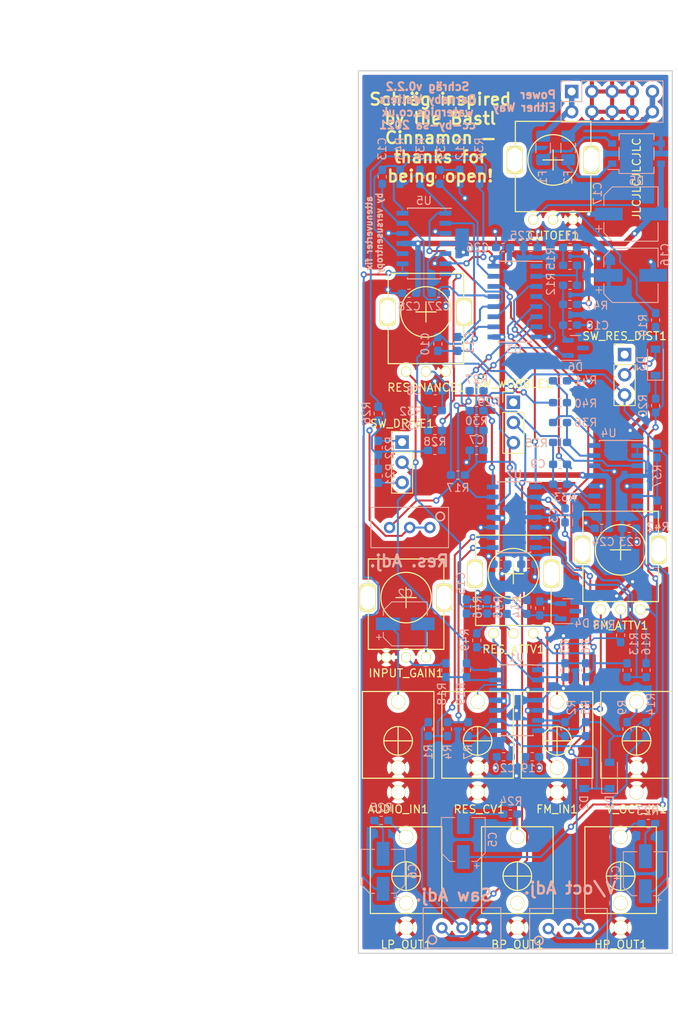
<source format=kicad_pcb>
(kicad_pcb (version 20211014) (generator pcbnew)
  (layers (0 "F.Cu" signal) (31 "B.Cu" signal) (34 "B.Paste" user) (35 "F.Paste" user) (36 "B.SilkS" user "B.Silkscreen") (37 "F.SilkS" user "F.Silkscreen") (38 "B.Mask" user) (39 "F.Mask" user) (44 "Edge.Cuts" user))
  (net 0 "")
  (net 1 "GND")
  (net 2 "Net-(AUDIO_IN1-Pad3)")
  (net 3 "Net-(BP_OUT1-Pad3)")
  (net 4 "Net-(C1-Pad1)")
  (net 5 "Net-(C2-Pad2)")
  (net 6 "Net-(C3-Pad2)")
  (net 7 "/Filter Core/RES_CV")
  (net 8 "Net-(C4-Pad2)")
  (net 9 "/Filter Core/HP_OUT")
  (net 10 "/Filter Core/BP_OUT")
  (net 11 "Net-(C5-Pad2)")
  (net 12 "Net-(C6-Pad2)")
  (net 13 "/Filter Core/LP_OUT")
  (net 14 "Net-(C7-Pad1)")
  (net 15 "Net-(C8-Pad1)")
  (net 16 "Net-(C9-Pad1)")
  (net 17 "Net-(C9-Pad2)")
  (net 18 "/Filter Core/RES_MOD")
  (net 19 "Net-(C10-Pad2)")
  (net 20 "Net-(C11-Pad2)")
  (net 21 "Net-(C12-Pad1)")
  (net 22 "Net-(C13-Pad1)")
  (net 23 "Net-(C13-Pad2)")
  (net 24 "5V_REF")
  (net 25 "0.16V_REF")
  (net 26 "+12V")
  (net 27 "-12V")
  (net 28 "-5V_REF")
  (net 29 "Net-(CUTOFF1-Pad2)")
  (net 30 "Net-(D1-Pad1)")
  (net 31 "Net-(D1-Pad2)")
  (net 32 "/Filter Core/FREQ_CV")
  (net 33 "Net-(D3-Pad1)")
  (net 34 "Net-(D3-Pad2)")
  (net 35 "Net-(D5-Pad1)")
  (net 36 "Net-(D5-Pad2)")
  (net 37 "Net-(F1-Pad2)")
  (net 38 "Net-(F2-Pad2)")
  (net 39 "Net-(FM_ATTV1-Pad1)")
  (net 40 "Net-(FM_ATTV1-Pad2)")
  (net 41 "Net-(HP_OUT1-Pad3)")
  (net 42 "Net-(INPUT_GAIN1-Pad2)")
  (net 43 "Net-(LP_OUT1-Pad3)")
  (net 44 "Net-(R1-Pad1)")
  (net 45 "Net-(R1-Pad2)")
  (net 46 "Net-(R2-Pad1)")
  (net 47 "Net-(R3-Pad1)")
  (net 48 "Net-(R3-Pad2)")
  (net 49 "Net-(R4-Pad1)")
  (net 50 "Net-(R9-Pad2)")
  (net 51 "Net-(R12-Pad1)")
  (net 52 "Net-(R13-Pad1)")
  (net 53 "Net-(R14-Pad1)")
  (net 54 "Net-(R17-Pad2)")
  (net 55 "Net-(R18-Pad1)")
  (net 56 "Net-(R19-Pad1)")
  (net 57 "/Filter Core/AUDIO_IN")
  (net 58 "Net-(R21-Pad2)")
  (net 59 "Net-(R22-Pad2)")
  (net 60 "Net-(R26-Pad1)")
  (net 61 "Net-(R27-Pad2)")
  (net 62 "Net-(R27-Pad1)")
  (net 63 "Net-(R28-Pad1)")
  (net 64 "Net-(R29-Pad1)")
  (net 65 "Net-(R35-Pad1)")
  (net 66 "Net-(R36-Pad1)")
  (net 67 "Net-(R37-Pad1)")
  (net 68 "Net-(R38-Pad1)")
  (net 69 "Net-(RV_SAW_OCTAVE1-Pad1)")
  (net 70 "Net-(FM_IN1-Pad3)")
  (net 71 "Net-(R49-Pad1)")
  (net 72 "Net-(R49-Pad2)")
  (net 76 "Net-(R13-Pad2)")
  (footprint "Eurocad:PJ301M-12" (layer "F.Cu") (at 50 93)
    (fp_text reference "AUDIO_IN1")
    (fp_text value "PJ301M-12")
  )
  (footprint "Eurocad:PJ301M-12" (layer "F.Cu") (at 65 110)
    (fp_text reference "BP_OUT1")
    (fp_text value "PJ301M-12")
  )
  (footprint "Eurocad:Alpha9mmPot" (layer "F.Cu") (at 69.5 20)
    (fp_text reference "CUTOFF1")
    (fp_text value "100k")
  )
  (footprint "Eurocad:PJ301M-12" (layer "F.Cu") (at 70 93)
    (fp_text reference "FM_IN1")
    (fp_text value "PJ301M-12")
  )
  (footprint "Eurocad:PJ301M-12" (layer "F.Cu") (at 78 110)
    (fp_text reference "HP_OUT1")
    (fp_text value "PJ301M-12")
  )
  (footprint "Eurocad:Alpha9mmPot" (layer "F.Cu") (at 51 75)
    (fp_text reference "INPUT_GAIN1")
    (fp_text value "100k")
  )
  (footprint "Eurocad:PJ301M-12" (layer "F.Cu") (at 51 110)
    (fp_text reference "LP_OUT1")
    (fp_text value "PJ301M-12")
  )
  (footprint "Eurocad:Alpha9mmPot" (layer "F.Cu") (at 64.5 72)
    (fp_text reference "RES_ATTV1")
    (fp_text value "100k")
  )
  (footprint "Eurocad:PJ301M-12" (layer "F.Cu") (at 60 93)
    (fp_text reference "RES_CV1")
    (fp_text value "PJ301M-12")
  )
  (footprint "Eurocad:Alpha9mmPot" (layer "F.Cu") (at 53.5 39.1)
    (fp_text reference "RESONANCE1")
    (fp_text value "100k")
  )
  (footprint "Connector_PinHeader_2.54mm:PinHeader_1x03_P2.54mm_Vertical" (layer "F.Cu") (at 50.5 55.46)
    (fp_text reference "SW_DRIVE1")
    (fp_text value "SW_SPDT")
  )
  (footprint "Connector_PinHeader_2.54mm:PinHeader_1x03_P2.54mm_Vertical" (layer "F.Cu") (at 78.5 44.46)
    (fp_text reference "SW_RES_DIST1")
    (fp_text value "SW_SPDT")
  )
  (footprint "Connector_PinHeader_2.54mm:PinHeader_1x03_P2.54mm_Vertical" (layer "F.Cu") (at 64.5 50.46)
    (fp_text reference "SW_WOBBLE1")
    (fp_text value "SW_SPDT")
  )
  (footprint "Eurocad:PJ301M-12" (layer "F.Cu") (at 80 93)
    (fp_text reference "V_OCT_IN1")
    (fp_text value "PJ301M-12")
  )
  (footprint "Eurocad:Alpha9mmPot" (layer "F.Cu") (at 78 69)
    (fp_text reference "FM_ATTV1")
    (fp_text value "100k")
  )
  (footprint "Resistor_SMD:R_0603_1608Metric_Pad1.05x0.95mm_HandSolder" (layer "B.Cu") (at 70.375 60.75)
    (fp_text reference "R33")
    (fp_text value "33k")
  )
  (footprint "Capacitor_SMD:C_0603_1608Metric_Pad1.05x0.95mm_HandSolder" (layer "B.Cu") (at 70.375 58.25)
    (fp_text reference "C9")
    (fp_text value "100pF")
  )
  (footprint "Fuse:Fuse_1206_3216Metric_Pad1.42x1.75mm_HandSolder" (layer "B.Cu") (at 68.25 18.4875 90)
    (fp_text reference "F1")
    (fp_text value "Polyfuse")
  )
  (footprint "Resistor_SMD:R_0603_1608Metric_Pad1.05x0.95mm_HandSolder" (layer "B.Cu") (at 82.4 50.875 90)
    (fp_text reference "R20")
    (fp_text value "100k")
  )
  (footprint "Resistor_SMD:R_0603_1608Metric_Pad1.05x0.95mm_HandSolder" (layer "B.Cu") (at 58.6 84.125 -90)
    (fp_text reference "R19")
    (fp_text value "47k")
  )
  (footprint "Diode_SMD:D_SOD-123" (layer "B.Cu") (at 73.4 97.35 -90)
    (fp_text reference "D2")
    (fp_text value "D_Small")
  )
  (footprint "Package_SO:SOIC-16_3.9x9.9mm_P1.27mm" (layer "B.Cu") (at 64.7 37.8 180)
    (fp_text reference "U3")
    (fp_text value "V2164")
  )
  (footprint "Capacitor_SMD:C_0603_1608Metric_Pad1.05x0.95mm_HandSolder" (layer "B.Cu") (at 71.625 31)
    (fp_text reference "C1")
    (fp_text value "560pF")
  )
  (footprint "Capacitor_SMD:CP_Elec_5x4.5" (layer "B.Cu") (at 50.9 78.3)
    (fp_text reference "C2")
    (fp_text value "10uF")
  )
  (footprint "Capacitor_SMD:C_0603_1608Metric_Pad1.05x0.95mm_HandSolder" (layer "B.Cu") (at 71 64.675 -90)
    (fp_text reference "C3")
    (fp_text value "100pF")
  )
  (footprint "Capacitor_SMD:CP_Elec_5x4.5" (layer "B.Cu") (at 81.1 109.7 90)
    (fp_text reference "C4")
    (fp_text value "10uF")
  )
  (footprint "Capacitor_SMD:CP_Elec_5x4.5" (layer "B.Cu") (at 58.2 105.4 90)
    (fp_text reference "C5")
    (fp_text value "10uF")
  )
  (footprint "Capacitor_SMD:CP_Elec_5x4.5" (layer "B.Cu") (at 48.1 109.4 90)
    (fp_text reference "C6")
    (fp_text value "10uF")
  )
  (footprint "Capacitor_SMD:C_0603_1608Metric_Pad1.05x0.95mm_HandSolder" (layer "B.Cu") (at 59.875 56.5 180)
    (fp_text reference "C7")
    (fp_text value "560pF")
  )
  (footprint "Capacitor_SMD:C_0603_1608Metric_Pad1.05x0.95mm_HandSolder" (layer "B.Cu") (at 54.69781 49 180)
    (fp_text reference "C8")
    (fp_text value "560pF")
  )
  (footprint "Capacitor_SMD:C_0603_1608Metric_Pad1.05x0.95mm_HandSolder" (layer "B.Cu") (at 55 43.125 90)
    (fp_text reference "C10")
    (fp_text value "220pF")
  )
  (footprint "Capacitor_SMD:C_0603_1608Metric_Pad1.05x0.95mm_HandSolder" (layer "B.Cu") (at 57.5 43.125 90)
    (fp_text reference "C11")
    (fp_text value "220pF")
  )
  (footprint "Capacitor_SMD:C_0603_1608Metric_Pad1.05x0.95mm_HandSolder" (layer "B.Cu") (at 57.75 22.125 -90)
    (fp_text reference "C12")
    (fp_text value "560pF")
  )
  (footprint "Capacitor_SMD:C_0603_1608Metric_Pad1.05x0.95mm_HandSolder" (layer "B.Cu") (at 48 22.125 -90)
    (fp_text reference "C13")
    (fp_text value "220pF")
  )
  (footprint "Capacitor_SMD:C_0603_1608Metric_Pad1.05x0.95mm_HandSolder" (layer "B.Cu") (at 67.818 76.341 90)
    (fp_text reference "C14" hide)
    (fp_text value "220n")
  )
  (footprint "Capacitor_SMD:C_0603_1608Metric_Pad1.05x0.95mm_HandSolder" (layer "B.Cu") (at 58.6 76.125 90)
    (fp_text reference "C15")
    (fp_text value "220n")
  )
  (footprint "Capacitor_SMD:CP_Elec_6.3x5.4" (layer "B.Cu") (at 79.3 34.5)
    (fp_text reference "C16")
    (fp_text value "22uF")
  )
  (footprint "Capacitor_SMD:CP_Elec_6.3x5.4" (layer "B.Cu") (at 79.3 26.8)
    (fp_text reference "C17")
    (fp_text value "22uF")
  )
  (footprint "Capacitor_SMD:C_0603_1608Metric_Pad1.05x0.95mm_HandSolder" (layer "B.Cu") (at 71.625 40.75)
    (fp_text reference "C18")
    (fp_text value "220n")
  )
  (footprint "Capacitor_SMD:C_0603_1608Metric_Pad1.05x0.95mm_HandSolder" (layer "B.Cu") (at 66.875 95)
    (fp_text reference "C19")
    (fp_text value "100n")
  )
  (footprint "Capacitor_SMD:C_0603_1608Metric_Pad1.05x0.95mm_HandSolder" (layer "B.Cu") (at 63.275 95)
    (fp_text reference "C20")
    (fp_text value "100n")
  )
  (footprint "Capacitor_SMD:C_0603_1608Metric_Pad1.05x0.95mm_HandSolder" (layer "B.Cu") (at 66.375 70.8)
    (fp_text reference "C21" hide)
    (fp_text value "100n")
  )
  (footprint "Capacitor_SMD:C_0603_1608Metric_Pad1.05x0.95mm_HandSolder" (layer "B.Cu") (at 62.875 70.8)
    (fp_text reference "C22" hide)
    (fp_text value "100n")
  )
  (footprint "Capacitor_SMD:C_0603_1608Metric_Pad1.05x0.95mm_HandSolder" (layer "B.Cu") (at 79.075 66.3)
    (fp_text reference "C23")
    (fp_text value "100n")
  )
  (footprint "Capacitor_SMD:C_0603_1608Metric_Pad1.05x0.95mm_HandSolder" (layer "B.Cu") (at 75.625 66.3)
    (fp_text reference "C24")
    (fp_text value "100n")
  )
  (footprint "Capacitor_SMD:C_0603_1608Metric_Pad1.05x0.95mm_HandSolder" (layer "B.Cu") (at 66.675 31)
    (fp_text reference "C25")
    (fp_text value "100n")
  )
  (footprint "Capacitor_SMD:C_0603_1608Metric_Pad1.05x0.95mm_HandSolder" (layer "B.Cu") (at 63.2 31)
    (fp_text reference "C26")
    (fp_text value "100n")
  )
  (footprint "Capacitor_SMD:C_0603_1608Metric_Pad1.05x0.95mm_HandSolder" (layer "B.Cu") (at 55.125 36.75)
    (fp_text reference "C27")
    (fp_text value "100n")
  )
  (footprint "Capacitor_SMD:C_0603_1608Metric_Pad1.05x0.95mm_HandSolder" (layer "B.Cu") (at 51.375 36.75)
    (fp_text reference "C28")
    (fp_text value "100n")
  )
  (footprint "Diode_SMD:D_SOD-123" (layer "B.Cu") (at 76.6 97.35 90)
    (fp_text reference "D1")
    (fp_text value "D_Small")
  )
  (footprint "Diode_SMD:D_SOD-123" (layer "B.Cu") (at 82.383365 45.424999 90)
    (fp_text reference "D3")
    (fp_text value "5V")
  )
  (footprint "Package_TO_SOT_SMD:TO-269AA" (layer "B.Cu") (at 80 19.2)
    (fp_text reference "D5")
    (fp_text value "MB2S")
  )
  (footprint "Fuse:Fuse_1206_3216Metric_Pad1.42x1.75mm_HandSolder" (layer "B.Cu") (at 71.4 18.4875 90)
    (fp_text reference "F2")
    (fp_text value "Polyfuse")
  )
  (footprint "Connector_PinHeader_2.54mm:PinHeader_2x05_P2.54mm_Vertical" (layer "B.Cu") (at 71.84 11.4 -90)
    (fp_text reference "PWR_IN1" hide)
    (fp_text value "EURO_PWR_2x5")
  )
  (footprint "Resistor_SMD:R_0603_1608Metric_Pad1.05x0.95mm_HandSolder" (layer "B.Cu") (at 53.8 91.525 90)
    (fp_text reference "R1")
    (fp_text value "100k")
  )
  (footprint "Resistor_SMD:R_0603_1608Metric_Pad1.05x0.95mm_HandSolder" (layer "B.Cu") (at 71 91.525 90)
    (fp_text reference "R2")
    (fp_text value "100k")
  )
  (footprint "Resistor_SMD:R_0603_1608Metric_Pad1.05x0.95mm_HandSolder" (layer "B.Cu") (at 71 84.125 -90)
    (fp_text reference "R3")
    (fp_text value "100k")
  )
  (footprint "Resistor_SMD:R_0603_1608Metric_Pad1.05x0.95mm_HandSolder" (layer "B.Cu") (at 56.2 91.525 -90)
    (fp_text reference "R4")
    (fp_text value "100k")
  )
  (footprint "Resistor_SMD:R_0603_1608Metric_Pad1.05x0.95mm_HandSolder" (layer "B.Cu") (at 73.6 91.525 -90)
    (fp_text reference "R5")
    (fp_text value "100k")
  )
  (footprint "Resistor_SMD:R_0603_1608Metric_Pad1.05x0.95mm_HandSolder" (layer "B.Cu") (at 73.6 84.125 90)
    (fp_text reference "R6")
    (fp_text value "100k")
  )
  (footprint "Resistor_SMD:R_0603_1608Metric_Pad1.05x0.95mm_HandSolder" (layer "B.Cu") (at 58.8 91.525 90)
    (fp_text reference "R7")
    (fp_text value "100k")
  )
  (footprint "Resistor_SMD:R_0603_1608Metric_Pad1.05x0.95mm_HandSolder" (layer "B.Cu") (at 78.8 91.525 90)
    (fp_text reference "R9")
    (fp_text value "100k")
  )
  (footprint "Resistor_SMD:R_0603_1608Metric_Pad1.05x0.95mm_HandSolder" (layer "B.Cu") (at 82.4 40.125 90)
    (fp_text reference "R10")
    (fp_text value "100k")
  )
  (footprint "Resistor_SMD:R_0603_1608Metric_Pad1.05x0.95mm_HandSolder" (layer "B.Cu") (at 71.625 35.75 180)
    (fp_text reference "R12")
    (fp_text value "100k")
  )
  (footprint "Resistor_SMD:R_0603_1608Metric_Pad1.05x0.95mm_HandSolder" (layer "B.Cu") (at 78.8 84.125 90)
    (fp_text reference "R13")
    (fp_text value "100k")
  )
  (footprint "Resistor_SMD:R_0603_1608Metric_Pad1.05x0.95mm_HandSolder" (layer "B.Cu") (at 81.2 91.525 90)
    (fp_text reference "R14")
    (fp_text value "15K")
  )
  (footprint "Resistor_SMD:R_0603_1608Metric_Pad1.05x0.95mm_HandSolder" (layer "B.Cu") (at 71.625 33.25)
    (fp_text reference "R15")
    (fp_text value "470R")
  )
  (footprint "Resistor_SMD:R_0603_1608Metric_Pad1.05x0.95mm_HandSolder" (layer "B.Cu") (at 81.2 84.125 -90)
    (fp_text reference "R16")
    (fp_text value "100k")
  )
  (footprint "Resistor_SMD:R_0603_1608Metric_Pad1.05x0.95mm_HandSolder" (layer "B.Cu") (at 57.525 59.6 180)
    (fp_text reference "R17")
    (fp_text value "100k")
  )
  (footprint "Resistor_SMD:R_0603_1608Metric_Pad1.05x0.95mm_HandSolder" (layer "B.Cu") (at 56 84.125 90)
    (fp_text reference "R18")
    (fp_text value "22k")
  )
  (footprint "Resistor_SMD:R_0603_1608Metric_Pad1.05x0.95mm_HandSolder" (layer "B.Cu") (at 47.5 59.7 -90)
    (fp_text reference "R21")
    (fp_text value "10k")
  )
  (footprint "Resistor_SMD:R_0603_1608Metric_Pad1.05x0.95mm_HandSolder" (layer "B.Cu") (at 47.5 56.175 90)
    (fp_text reference "R22")
    (fp_text value "47k")
  )
  (footprint "Resistor_SMD:R_0603_1608Metric_Pad1.05x0.95mm_HandSolder" (layer "B.Cu") (at 81.475 103.4)
    (fp_text reference "R23")
    (fp_text value "1K")
  )
  (footprint "Resistor_SMD:R_0603_1608Metric_Pad1.05x0.95mm_HandSolder" (layer "B.Cu") (at 64.125 102.2 180)
    (fp_text reference "R24")
    (fp_text value "1K")
  )
  (footprint "Resistor_SMD:R_0603_1608Metric_Pad1.05x0.95mm_HandSolder" (layer "B.Cu") (at 47.875 103 180)
    (fp_text reference "R25")
    (fp_text value "1K")
  )
  (footprint "Resistor_SMD:R_0603_1608Metric_Pad1.05x0.95mm_HandSolder" (layer "B.Cu") (at 47.5 51.875 90)
    (fp_text reference "R26")
    (fp_text value "330K")
  )
  (footprint "Resistor_SMD:R_0603_1608Metric_Pad1.05x0.95mm_HandSolder" (layer "B.Cu") (at 59.875 49 180)
    (fp_text reference "R27")
    (fp_text value "33k")
  )
  (footprint "Resistor_SMD:R_0603_1608Metric_Pad1.05x0.95mm_HandSolder" (layer "B.Cu") (at 54.625 56.5 180)
    (fp_text reference "R28")
    (fp_text value "33k")
  )
  (footprint "Resistor_SMD:R_0603_1608Metric_Pad1.05x0.95mm_HandSolder" (layer "B.Cu") (at 59.875 51.5)
    (fp_text reference "R29")
    (fp_text value "33k")
  )
  (footprint "Resistor_SMD:R_0603_1608Metric_Pad1.05x0.95mm_HandSolder" (layer "B.Cu") (at 59.875 54 180)
    (fp_text reference "R30")
    (fp_text value "470R")
  )
  (footprint "Resistor_SMD:R_0603_1608Metric_Pad1.05x0.95mm_HandSolder" (layer "B.Cu") (at 54.625 54)
    (fp_text reference "R31")
    (fp_text value "33k")
  )
  (footprint "Resistor_SMD:R_0603_1608Metric_Pad1.05x0.95mm_HandSolder" (layer "B.Cu") (at 54.625 51.5 180)
    (fp_text reference "R32")
    (fp_text value "470R")
  )
  (footprint "Resistor_SMD:R_0603_1608Metric_Pad1.05x0.95mm_HandSolder" (layer "B.Cu") (at 60.25 22.125 -90)
    (fp_text reference "R34")
    (fp_text value "33k")
  )
  (footprint "Resistor_SMD:R_0603_1608Metric_Pad1.05x0.95mm_HandSolder" (layer "B.Cu") (at 70.375 55.5 180)
    (fp_text reference "R35")
    (fp_text value "33k")
  )
  (footprint "Resistor_SMD:R_0603_1608Metric_Pad1.05x0.95mm_HandSolder" (layer "B.Cu") (at 70.375 53)
    (fp_text reference "R36")
    (fp_text value "33k")
  )
  (footprint "Resistor_SMD:R_0603_1608Metric_Pad1.05x0.95mm_HandSolder" (layer "B.Cu") (at 82.6 56.525 90)
    (fp_text reference "R37")
    (fp_text value "100K")
  )
  (footprint "Resistor_SMD:R_0603_1608Metric_Pad1.05x0.95mm_HandSolder" (layer "B.Cu") (at 52.75 22.125 -90)
    (fp_text reference "R38")
    (fp_text value "33k")
  )
  (footprint "Resistor_SMD:R_0603_1608Metric_Pad1.05x0.95mm_HandSolder" (layer "B.Cu") (at 55.25 22.125 -90)
    (fp_text reference "R39")
    (fp_text value "470R")
  )
  (footprint "Resistor_SMD:R_0603_1608Metric_Pad1.05x0.95mm_HandSolder" (layer "B.Cu") (at 70.375 50.5 180)
    (fp_text reference "R40")
    (fp_text value "15K")
  )
  (footprint "Resistor_SMD:R_0603_1608Metric_Pad1.05x0.95mm_HandSolder" (layer "B.Cu") (at 70.375 47.75 180)
    (fp_text reference "R41")
    (fp_text value "1.5K")
  )
  (footprint "Resistor_SMD:R_0603_1608Metric_Pad1.05x0.95mm_HandSolder" (layer "B.Cu") (at 82.6 63.675 90)
    (fp_text reference "R42")
    (fp_text value "100K")
  )
  (footprint "Resistor_SMD:R_0603_1608Metric_Pad1.05x0.95mm_HandSolder" (layer "B.Cu") (at 50.25 22.125 -90)
    (fp_text reference "R43")
    (fp_text value "470K")
  )
  (footprint "Resistor_SMD:R_0603_1608Metric_Pad1.05x0.95mm_HandSolder" (layer "B.Cu") (at 66.2 76.175 -90)
    (fp_text reference "R44")
    (fp_text value "6.8K")
  )
  (footprint "Resistor_SMD:R_0603_1608Metric_Pad1.05x0.95mm_HandSolder" (layer "B.Cu") (at 63.7 76.175 -90)
    (fp_text reference "R45")
    (fp_text value "100K")
  )
  (footprint "Resistor_SMD:R_0603_1608Metric_Pad1.05x0.95mm_HandSolder" (layer "B.Cu") (at 61.2 76.125 90)
    (fp_text reference "R46")
    (fp_text value "3.3K")
  )
  (footprint "Resistor_SMD:R_0603_1608Metric_Pad1.05x0.95mm_HandSolder" (layer "B.Cu") (at 71.625 38.15 180)
    (fp_text reference "R47")
    (fp_text value "6.8K")
  )
  (footprint "Potentiometer_THT:Potentiometer_Bourns_3296W_Vertical" (layer "B.Cu") (at 54 66.2)
    (fp_text reference "RES_ADJ1" hide)
    (fp_text value "250K")
  )
  (footprint "Potentiometer_THT:Potentiometer_Bourns_3296W_Vertical" (layer "B.Cu") (at 55.5 116.5 180)
    (fp_text reference "RV_SAW_OCTAVE1" hide)
    (fp_text value "100k")
  )
  (footprint "Package_SO:SOIC-14_3.9x8.7mm_P1.27mm" (layer "B.Cu") (at 64.9 87.9 180)
    (fp_text reference "U1")
    (fp_text value "TL074")
  )
  (footprint "Package_SO:SOIC-14_3.9x8.7mm_P1.27mm" (layer "B.Cu") (at 64.6 64.9 180)
    (fp_text reference "U2")
    (fp_text value "TL074")
  )
  (footprint "Package_SO:SOIC-14_3.9x8.7mm_P1.27mm" (layer "B.Cu") (at 77.4 59.7 180)
    (fp_text reference "U4")
    (fp_text value "TL074")
  )
  (footprint "Package_SO:SOIC-14_3.9x8.7mm_P1.27mm" (layer "B.Cu") (at 53.25 30.5 180)
    (fp_text reference "U5")
    (fp_text value "TL074")
  )
  (footprint "Potentiometer_THT:Potentiometer_Bourns_3296W_Vertical" (layer "B.Cu") (at 68.9 116.6 180)
    (fp_text reference "V_OCT_SCALE1" hide)
    (fp_text value "5K")
  )
  (footprint "Package_TO_SOT_SMD:SOT-23" (layer "B.Cu") (at 71.374 76.708)
    (fp_text reference "D4")
    (fp_text value "LM4040DBZ-5")
  )
  (footprint "Package_TO_SOT_SMD:SOT-23" (layer "B.Cu") (at 72.3115 43.622)
    (fp_text reference "D6")
    (fp_text value "LM4040DBZ-5")
  )
  (footprint "Resistor_SMD:R_0603_1608Metric_Pad1.05x0.95mm_HandSolder" (layer "B.Cu") (at 78 79.725 90)
    (fp_text reference "R48")
    (fp_text value "100K")
  )
  (footprint "Resistor_SMD:R_0603_1608Metric_Pad1.05x0.95mm_HandSolder" (layer "B.Cu") (at 59.9 80.375 -90)
    (fp_text reference "R49")
    (fp_text value "100K")
  )
  (gr_circle (center 67.7 118.1) (end 67.2 118.3) (layer "B.SilkS") (width 0.2) (fill none))
  (gr_circle (center 54.3 118) (end 53.8 118.2) (layer "B.SilkS") (width 0.2) (fill none))
  (gr_circle (center 55.3 64.8) (end 54.8 65) (layer "B.SilkS") (width 0.2) (fill none))
  (gr_line (start 84.5 8.8) (end 84.5 119.7) (layer "Edge.Cuts") (width 0.15))
  (gr_line (start 45 8.8) (end 84.5 8.8) (layer "Edge.Cuts") (width 0.15))
  (gr_line (start 84.5 119.7) (end 45 119.7) (layer "Edge.Cuts") (width 0.15))
  (gr_line (start 45 8.8) (end 45 119.7) (layer "Edge.Cuts") (width 0.15))
  (gr_text "Schräg v0.2.2\nBarnaby Walters\nwaterpigs.co.uk\ncc-by-sa 2021" (at 53.7 13.2) (layer "B.SilkS") (effects (font (size 1 1) (thickness 0.25)) (justify mirror)))
  (gr_text "V/oct Adj." (at 71.628 111.506) (layer "B.SilkS") (effects (font (size 1.5 1.5) (thickness 0.3)) (justify mirror)))
  (gr_text "Res. Adj." (at 51.4 70.4) (layer "B.SilkS") (effects (font (size 1.5 1.5) (thickness 0.3)) (justify mirror)))
  (gr_text "Saw Adj." (at 57 112.4) (layer "B.SilkS") (effects (font (size 1.5 1.5) (thickness 0.3)) (justify mirror)))
  (gr_text "attenuverter fix\nby versusentropy" (at 46.99 29.21 90) (layer "B.SilkS") (effects (font (size 0.8 0.8) (thickness 0.2)) (justify mirror)))
  (gr_text "Power\nEither Way" (at 70 12.6) (layer "B.SilkS") (effects (font (size 1 1) (thickness 0.25)) (justify left mirror)))
  (gr_text "Schräg inspired\nby the Bastl\nCinnamon —\nthanks for\nbeing open!" (at 55.3 17.2) (layer "F.SilkS") (effects (font (size 1.5 1.5) (thickness 0.3))))
  (gr_text "JLCJLCJLCJLC" (at 80.01 22.352 90) (layer "F.SilkS") (effects (font (size 1 1))))
  (via (at 54.675001 29) (size 0.8) (drill 0.4) (layers "F.Cu" "B.Cu") (net 1))
  (via (at 75.2 32.4) (size 0.8) (drill 0.4) (layers "F.Cu" "B.Cu") (net 1))
  (via (at 69 42.2) (size 0.8) (drill 0.4) (layers "F.Cu" "B.Cu") (net 1))
  (via (at 61.4 69.8) (size 0.8) (drill 0.4) (layers "F.Cu" "B.Cu") (net 1))
  (via (at 60 74.4) (size 0.8) (drill 0.4) (layers "F.Cu" "B.Cu") (net 1))
  (via (at 62.2 29) (size 0.8) (drill 0.4) (layers "F.Cu" "B.Cu") (net 1))
  (via (at 68.8 66.2) (size 0.8) (drill 0.4) (layers "F.Cu" "B.Cu") (net 1))
  (via (at 54.599998 33) (size 0.8) (drill 0.4) (layers "F.Cu" "B.Cu") (net 1))
  (via (at 69.022 75.504) (size 0.8) (drill 0.4) (layers "F.Cu" "B.Cu") (net 1))
  (via (at 48.7 36.3) (size 0.8) (drill 0.4) (layers "F.Cu" "B.Cu") (net 1))
  (via (at 74 47.8) (size 0.8) (drill 0.4) (layers "F.Cu" "B.Cu") (net 1))
  (via (at 60.4 66.2) (size 0.8) (drill 0.4) (layers "F.Cu" "B.Cu") (net 1))
  (via (at 58.4 24.8) (size 0.8) (drill 0.4) (layers "F.Cu" "B.Cu") (net 1))
  (via (at 77.2 59.155) (size 0.8) (drill 0.4) (layers "F.Cu" "B.Cu") (net 1))
  (via (at 56 38.4) (size 0.8) (drill 0.4) (layers "F.Cu" "B.Cu") (net 1))
  (via (at 74 26.8) (size 0.8) (drill 0.4) (layers "F.Cu" "B.Cu") (net 1))
  (via (at 67.8 96.4) (size 0.8) (drill 0.4) (layers "F.Cu" "B.Cu") (net 1))
  (via (at 69.85 43.688) (size 0.8) (drill 0.4) (layers "F.Cu" "B.Cu") (net 1))
  (via (at 62.2 96.4) (size 0.8) (drill 0.4) (layers "F.Cu" "B.Cu") (net 1))
  (via (at 80 68) (size 0.8) (drill 0.4) (layers "F.Cu" "B.Cu") (net 1))
  (via (at 58.6 58) (size 0.8) (drill 0.4) (layers "F.Cu" "B.Cu") (net 1))
  (via (at 67.2 72.4) (size 0.8) (drill 0.4) (layers "F.Cu" "B.Cu") (net 1))
  (via (at 81.8 32.8) (size 0.8) (drill 0.4) (layers "F.Cu" "B.Cu") (net 1))
  (via (at 66.325 89.2) (size 0.8) (drill 0.4) (layers "F.Cu" "B.Cu") (net 1))
  (via (at 54.6 47.8) (size 0.8) (drill 0.4) (layers "F.Cu" "B.Cu") (net 1))
  (via (at 73.6 65.6) (size 0.8) (drill 0.4) (layers "F.Cu" "B.Cu") (net 1))
  (via (at 66.325 86.6) (size 0.8) (drill 0.4) (layers "F.Cu" "B.Cu") (net 1))
  (via (at 67.6 29) (size 0.8) (drill 0.4) (layers "F.Cu" "B.Cu") (net 1))
  (via (at 48.8 29.2) (size 0.8) (drill 0.4) (layers "F.Cu" "B.Cu") (net 1))
  (via (at 74 40.8) (size 0.8) (drill 0.4) (layers "F.Cu" "B.Cu") (net 1))
  (via (at 78.8 61) (size 0.8) (drill 0.4) (layers "F.Cu" "B.Cu") (net 1))
  (via (at 68.8 64.2) (size 0.8) (drill 0.4) (layers "F.Cu" "B.Cu") (net 1))
  (via (at 75.55 61) (size 0.8) (drill 0.4) (layers "F.Cu" "B.Cu") (net 1))
  (segment (start 59 57.6) (end 58.6 58) (width 0.25) (layer "B.Cu") (net 1))
  (segment (start 62.4 95) (end 62.4 96.2) (width 0.25) (layer "B.Cu") (net 1))
  (segment (start 67.856 75.504) (end 67.818 75.466) (width 0.25) (layer "B.Cu") (net 1))
  (segment (start 60.43 66.17) (end 60.4 66.2) (width 0.25) (layer "B.Cu") (net 1))
  (segment (start 76.5 26.8) (end 74 26.8) (width 0.7) (layer "B.Cu") (net 1))
  (segment (start 78.83 60.97) (end 78.8 61) (width 0.25) (layer "B.Cu") (net 1))
  (segment (start 66.325 86.6) (end 62.23 86.6) (width 0.25) (layer "B.Cu") (net 1))
  (segment (start 53.82281 48.57719) (end 54.6 47.8) (width 0.25) (layer "B.Cu") (net 1))
  (segment (start 75.15 58.43) (end 75.74499 59.02499) (width 0.25) (layer "B.Cu") (net 1))
  (segment (start 74.7 60.97) (end 75.52 60.97) (width 0.25) (layer "B.Cu") (net 1))
  (segment (start 79.95 66.3) (end 79.95 67.95) (width 0.25) (layer "B.Cu") (net 1))
  (segment (start 62.4 96.2) (end 62.2 96.4) (width 0.25) (layer "B.Cu") (net 1))
  (segment (start 59 56.5) (end 59 57.6) (width 0.25) (layer "B.Cu") (net 1))
  (segment (start 64.025 87.225) (end 63.43 86.63) (width 0.25) (layer "B.Cu") (net 1))
  (segment (start 73.95 47.75) (end 74 47.8) (width 0.25) (layer "B.Cu") (net 1))
  (segment (start 55.5 31.77) (end 54.599998 32.670002) (width 0.25) (layer "B.Cu") (net 1))
  (segment (start 67.55 31) (end 67.55 29.05) (width 0.25) (layer "B.Cu") (net 1))
  (segment (start 55.95 29.23) (end 54.905001 29.23) (width 0.25) (layer "B.Cu") (net 1))
  (segment (start 62.23 86.6) (end 62.2 86.63) (width 0.25) (layer "B.Cu") (net 1))
  (segment (start 72.5 31) (end 73.8 31) (width 0.25) (layer "B.Cu") (net 1))
  (segment (start 68.955 42.245) (end 69 42.2) (width 0.25) (layer "B.Cu") (net 1))
  (segment (start 75.74499 59.02499) (end 77.06999 59.02499) (width 0.25) (layer "B.Cu") (net 1))
  (segment (start 67.55 29.05) (end 67.6 29) (width 0.25) (layer "B.Cu") (net 1))
  (segment (start 68.77 66.17) (end 68.8 66.2) (width 0.25) (layer "B.Cu") (net 1))
  (segment (start 66.355 89.17) (end 66.325 89.2) (width 0.25) (layer "B.Cu") (net 1))
  (segment (start 62.2 89.17) (end 63.203001 89.17) (width 0.25) (layer "B.Cu") (net 1))
  (segment (start 64.025 88.348001) (end 64.025 87.225) (width 0.25) (layer "B.Cu") (net 1))
  (segment (start 74.75 66.3) (end 74.3 66.3) (width 0.25) (layer "B.Cu") (net 1))
  (segment (start 67.3 66.17) (end 68.77 66.17) (width 0.25) (layer "B.Cu") (net 1))
  (segment (start 63.203001 89.17) (end 64.025 88.348001) (width 0.25) (layer "B.Cu") (net 1))
  (segment (start 60 75.25) (end 58.6 75.25) (width 0.25) (layer "B.Cu") (net 1))
  (segment (start 50.5 36.75) (end 49.15 36.75) (width 0.25) (layer "B.Cu") (net 1))
  (segment (start 55.95 31.77) (end 55.43 31.77) (width 0.25) (layer "B.Cu") (net 1))
  (segment (start 62.325 31) (end 62.325 29.125) (width 0.25) (layer "B.Cu") (net 1))
  (segment (start 61.2 75.25) (end 60 75.25) (width 0.25) (layer "B.Cu") (net 1))
  (segment (start 77.06999 59.02499) (end 77.2 59.155) (width 0.25) (layer "B.Cu") (net 1))
  (segment (start 50.55 29.23) (end 48.83 29.23) (width 0.25) (layer "B.Cu") (net 1))
  (segment (start 82.1 34.5) (end 82.1 33.1) (width 0.7) (layer "B.Cu") (net 1))
  (segment (start 62 70.4) (end 61.4 69.8) (width 0.25) (layer "B.Cu") (net 1))
  (segment (start 67.75 95) (end 67.75 96.35) (width 0.25) (layer "B.Cu") (net 1))
  (segment (start 74.3 66.3) (end 73.6 65.6) (width 0.25) (layer "B.Cu") (net 1))
  (segment (start 61.9 66.17) (end 60.43 66.17) (width 0.25) (layer "B.Cu") (net 1))
  (segment (start 67.75 96.35) (end 67.8 96.4) (width 0.25) (layer "B.Cu") (net 1))
  (segment (start 80.1 60.97) (end 78.83 60.97) (width 0.25) (layer "B.Cu") (net 1))
  (segment (start 68.23 63.63) (end 68.8 64.2) (width 0.25) (layer "B.Cu") (net 1))
  (segment (start 67.6 86.63) (end 66.355 86.63) (width 0.25) (layer "B.Cu") (net 1))
  (segment (start 69.276 75.758) (end 69.022 75.504) (width 0.25) (layer "B.Cu") (net 1))
  (segment (start 48.83 29.23) (end 48.8 29.2) (width 0.25) (layer "B.Cu") (net 1))
  (segment (start 67.25 70.8) (end 67.25 72.35) (width 0.25) (layer "B.Cu") (net 1))
  (segment (start 75.52 60.97) (end 75.55 61) (width 0.25) (layer "B.Cu") (net 1))
  (segment (start 57.75 23) (end 57.75 24.15) (width 0.25) (layer "B.Cu") (net 1))
  (segment (start 67.25 72.35) (end 67.2 72.4) (width 0.25) (layer "B.Cu") (net 1))
  (segment (start 54.599998 32.670002) (end 54.599998 33) (width 0.25) (layer "B.Cu") (net 1))
  (segment (start 49.15 36.75) (end 48.7 36.3) (width 0.25) (layer "B.Cu") (net 1))
  (segment (start 67.6 89.17) (end 66.355 89.17) (width 0.25) (layer "B.Cu") (net 1))
  (segment (start 72.5 40.75) (end 73.95 40.75) (width 0.25) (layer "B.Cu") (net 1))
  (segment (start 53.82281 49) (end 53.82281 48.57719) (width 0.25) (layer "B.Cu") (net 1))
  (segment (start 63.43 86.63) (end 63.2 86.63) (width 0.25) (layer "B.Cu") (net 1))
  (segment (start 70.734 44.572) (end 69.85 43.688) (width 0.25) (layer "B.Cu") (net 1))
  (segment (start 62.325 29.125) (end 62.2 29) (width 0.25) (layer "B.Cu") (net 1))
  (segment (start 71.25 47.75) (end 73.95 47.75) (width 0.25) (layer "B.Cu") (net 1))
  (segment (start 54.905001 29.23) (end 54.675001 29) (width 0.25) (layer "B.Cu") (net 1))
  (segment (start 70.4365 75.758) (end 69.276 75.758) (width 0.25) (layer "B.Cu") (net 1))
  (segment (start 74.7 58.43) (end 75.15 58.43) (width 0.25) (layer "B.Cu") (net 1))
  (segment (start 66.355 86.63) (end 66.325 86.6) (width 0.25) (layer "B.Cu") (net 1))
  (segment (start 63.2 86.63) (end 62.2 86.63) (width 0.25) (layer "B.Cu") (net 1))
  (segment (start 57.75 24.15) (end 58.4 24.8) (width 0.25) (layer "B.Cu") (net 1))
  (segment (start 62 70.8) (end 62 70.4) (width 0.25) (layer "B.Cu") (net 1))
  (segment (start 82.1 33.1) (end 81.8 32.8) (width 0.7) (layer "B.Cu") (net 1))
  (segment (start 56 36.75) (end 56 38.4) (width 0.25) (layer "B.Cu") (net 1))
  (segment (start 60 75.25) (end 60 74.4) (width 0.25) (layer "B.Cu") (net 1))
  (segment (start 73.95 40.75) (end 74 40.8) (width 0.25) (layer "B.Cu") (net 1))
  (segment (start 71.374 44.572) (end 70.734 44.572) (width 0.25) (layer "B.Cu") (net 1))
  (segment (start 79.95 67.95) (end 80 68) (width 0.25) (layer "B.Cu") (net 1))
  (segment (start 69.022 75.504) (end 67.856 75.504) (width 0.25) (layer "B.Cu") (net 1))
  (segment (start 55.95 31.77) (end 55.5 31.77) (width 0.25) (layer "B.Cu") (net 1))
  (segment (start 67.3 63.63) (end 68.23 63.63) (width 0.25) (layer "B.Cu") (net 1))
  (segment (start 73.8 31) (end 75.2 32.4) (width 0.25) (layer "B.Cu") (net 1))
  (segment (start 67.4 42.245) (end 68.955 42.245) (width 0.25) (layer "B.Cu") (net 1))
  (segment (start 50 79.6) (end 48.7 78.3) (width 0.25) (layer "B.Cu") (net 2))
  (segment (start 50 88.08) (end 50 79.6) (width 0.25) (layer "B.Cu") (net 2))
  (segment (start 65 103.807208) (end 65 102.2) (width 0.25) (layer "B.Cu") (net 3))
  (segment (start 65 105.08) (end 65 103.807208) (width 0.25) (layer "B.Cu") (net 3))
  (segment (start 70.75 33.25) (end 70.75 31) (width 0.25) (layer "B.Cu") (net 4))
  (segment (start 53.5 82.5) (end 53.5 78.7) (width 0.25) (layer "B.Cu") (net 5))
  (segment (start 53.5 78.7) (end 53.1 78.3) (width 0.25) (layer "B.Cu") (net 5))
  (segment (start 60.6 47.2) (end 62 45.8) (width 0.25) (layer "F.Cu") (net 6))
  (segment (start 60.4 47.2) (end 60.6 47.2) (width 0.25) (layer "F.Cu") (net 6))
  (segment (start 71 64.825306) (end 68.887347 62.712653) (width 0.25) (layer "F.Cu") (net 6))
  (segment (start 71 67) (end 71 64.825306) (width 0.25) (layer "F.Cu") (net 6))
  (via (at 62 45.8) (size 0.8) (drill 0.4) (layers "F.Cu" "B.Cu") (net 6))
  (via (at 60.4 47.2) (size 0.8) (drill 0.4) (layers "F.Cu" "B.Cu") (net 6))
  (via (at 68.887347 62.712653) (size 0.8) (drill 0.4) (layers "F.Cu" "B.Cu") (net 6))
  (via (at 71 67) (size 0.8) (drill 0.4) (layers "F.Cu" "B.Cu") (net 6))
  (segment (start 81.2 78.8) (end 80.45001 78.05001) (width 0.25) (layer "B.Cu") (net 6))
  (segment (start 67.85 37.165) (end 67.4 37.165) (width 0.2) (layer "B.Cu") (net 6))
  (segment (start 72.332268 71.07501) (end 71.6 70.342742) (width 0.25) (layer "B.Cu") (net 6))
  (segment (start 80.45001 78.05001) (end 80.450009 78.013599) (width 0.25) (layer "B.Cu") (net 6))
  (segment (start 69.725001 42.548001) (end 69.725001 41.531001) (width 0.2) (layer "B.Cu") (net 6))
  (segment (start 71 65.55) (end 71 67) (width 0.25) (layer "B.Cu") (net 6))
  (segment (start 59.85001 58.14999) (end 59.85001 47.74999) (width 0.25) (layer "B.Cu") (net 6))
  (segment (start 77.661421 72.825011) (end 75.723013 72.825011) (width 0.25) (layer "B.Cu") (net 6))
  (segment (start 71.6 70.342742) (end 71.6 67.6) (width 0.25) (layer "B.Cu") (net 6))
  (segment (start 64.398 57.924999) (end 60.075001 57.924999) (width 0.25) (layer "B.Cu") (net 6))
  (segment (start 67.3 62.36) (end 66.3 62.36) (width 0.25) (layer "B.Cu") (net 6))
  (segment (start 80.450009 78.013599) (end 79.425011 76.988601) (width 0.25) (layer "B.Cu") (net 6))
  (segment (start 68.673002 43.6) (end 64.2 43.6) (width 0.2) (layer "B.Cu") (net 6))
  (segment (start 73.973012 71.07501) (end 72.332268 71.07501) (width 0.25) (layer "B.Cu") (net 6))
  (segment (start 68.887347 62.712653) (end 67.652653 62.712653) (width 0.25) (layer "B.Cu") (net 6))
  (segment (start 81.2 83.25) (end 81.2 78.8) (width 0.25) (layer "B.Cu") (net 6))
  (segment (start 79.425011 76.988601) (end 79.42501 74.5886) (width 0.25) (layer "B.Cu") (net 6))
  (segment (start 75.723013 72.825011) (end 73.973012 71.07501) (width 0.25) (layer "B.Cu") (net 6))
  (segment (start 69.0635 40.8695) (end 69.0635 38.3785) (width 0.2) (layer "B.Cu") (net 6))
  (segment (start 59.85001 47.74999) (end 60.4 47.2) (width 0.25) (layer "B.Cu") (net 6))
  (segment (start 71.6 67.6) (end 71 67) (width 0.25) (layer "B.Cu") (net 6))
  (segment (start 69.725001 42.548001) (end 68.673002 43.6) (width 0.2) (layer "B.Cu") (net 6))
  (segment (start 67.652653 62.712653) (end 67.3 62.36) (width 0.25) (layer "B.Cu") (net 6))
  (segment (start 58.4 59.6) (end 59.85001 58.14999) (width 0.25) (layer "B.Cu") (net 6))
  (segment (start 64.775 58.301999) (end 64.398 57.924999) (width 0.25) (layer "B.Cu") (net 6))
  (segment (start 64.775 60.835) (end 64.775 58.301999) (width 0.25) (layer "B.Cu") (net 6))
  (segment (start 69.0635 38.3785) (end 67.85 37.165) (width 0.2) (layer "B.Cu") (net 6))
  (segment (start 60.075001 57.924999) (end 59.85001 58.14999) (width 0.25) (layer "B.Cu") (net 6))
  (segment (start 79.42501 74.5886) (end 77.661421 72.825011) (width 0.25) (layer "B.Cu") (net 6))
  (segment (start 66.3 62.36) (end 64.775 60.835) (width 0.25) (layer "B.Cu") (net 6))
  (segment (start 64.2 43.6) (end 62 45.8) (width 0.2) (layer "B.Cu") (net 6))
  (segment (start 69.725001 41.531001) (end 69.0635 40.8695) (width 0.2) (layer "B.Cu") (net 6))
  (segment (start 64.2 42.350001) (end 64.2 42.2) (width 0.25) (layer "F.Cu") (net 7))
  (segment (start 67.2 45.350001) (end 64.2 42.350001) (width 0.25) (layer "F.Cu") (net 7))
  (segment (start 67.2 55.4) (end 67.2 45.350001) (width 0.25) (layer "F.Cu") (net 7))
  (via (at 67.2 55.4) (size 0.8) (drill 0.4) (layers "F.Cu" "B.Cu") (net 7))
  (via (at 64.2 42.2) (size 0.8) (drill 0.4) (layers "F.Cu" "B.Cu") (net 7))
  (segment (start 67.4 35.895) (end 66.4 35.895) (width 0.25) (layer "B.Cu") (net 7))
  (segment (start 63.800001 40.948589) (end 63.800001 41.800001) (width 0.25) (layer "B.Cu") (net 7))
  (segment (start 64.6 40.14859) (end 63.800001 40.948589) (width 0.25) (layer "B.Cu") (net 7))
  (segment (start 68.29 61.09) (end 67.3 61.09) (width 0.25) (layer "B.Cu") (net 7))
  (segment (start 66.324999 40.330001) (end 66.95 39.705) (width 0.25) (layer "B.Cu") (net 7))
  (segment (start 66.4 35.895) (end 64.6 37.695) (width 0.25) (layer "B.Cu") (net 7))
  (segment (start 67.3 61.09) (end 67.3 55.5) (width 0.25) (layer "B.Cu") (net 7))
  (segment (start 66.324999 40.748003) (end 66.324999 40.330001) (width 0.25) (layer "B.Cu") (net 7))
  (segment (start 64.2 42.2) (end 64.873002 42.2) (width 0.25) (layer "B.Cu") (net 7))
  (segment (start 63.800001 41.800001) (end 64.2 42.2) (width 0.25) (layer "B.Cu") (net 7))
  (segment (start 71 63.8) (end 68.29 61.09) (width 0.25) (layer "B.Cu") (net 7))
  (segment (start 64.873002 42.2) (end 66.324999 40.748003) (width 0.25) (layer "B.Cu") (net 7))
  (segment (start 64.6 37.695) (end 64.6 40.14859) (width 0.25) (layer "B.Cu") (net 7))
  (segment (start 66.95 39.705) (end 67.4 39.705) (width 0.25) (layer "B.Cu") (net 7))
  (segment (start 67.3 55.5) (end 67.2 55.4) (width 0.25) (layer "B.Cu") (net 7))
  (segment (start 81.1 104.65) (end 82.35 103.4) (width 0.25) (layer "B.Cu") (net 8))
  (segment (start 81.1 107.5) (end 81.1 104.65) (width 0.25) (layer "B.Cu") (net 8))
  (segment (start 83.12048 56.54999) (end 81.75999 56.54999) (width 0.25) (layer "B.Cu") (net 9))
  (segment (start 80.1 57.16) (end 80.1 55.89) (width 0.25) (layer "B.Cu") (net 9))
  (segment (start 84 110.05) (end 84 72.161002) (width 0.25) (layer "B.Cu") (net 9))
  (segment (start 81.1 55.89) (end 80.1 55.89) (width 0.25) (layer "B.Cu") (net 9))
  (segment (start 84 72.161002) (end 82.914008 71.07501) (width 0.25) (layer "B.Cu") (net 9))
  (segment (start 82.914008 71.07501) (end 81.958268 71.07501) (width 0.25) (layer "B.Cu") (net 9))
  (segment (start 82.15 111.9) (end 84 110.05) (width 0.25) (layer "B.Cu") (net 9))
  (segment (start 81.47499 70.591732) (end 81.47499 67.22501) (width 0.25) (layer "B.Cu") (net 9))
  (segment (start 81.1 111.9) (end 82.15 111.9) (width 0.25) (layer "B.Cu") (net 9))
  (segment (start 81.958268 71.07501) (end 81.47499 70.591732) (width 0.25) (layer "B.Cu") (net 9))
  (segment (start 83.8 66) (end 83.8 57.22951) (width 0.25) (layer "B.Cu") (net 9))
  (segment (start 83.8 57.22951) (end 83.12048 56.54999) (width 0.25) (layer "B.Cu") (net 9))
  (segment (start 81.75999 56.54999) (end 81.1 55.89) (width 0.25) (layer "B.Cu") (net 9))
  (segment (start 81.47499 67.22501) (end 82 66.7) (width 0.25) (layer "B.Cu") (net 9))
  (segment (start 83.1 66.7) (end 83.8 66) (width 0.25) (layer "B.Cu") (net 9))
  (segment (start 82 66.7) (end 83.1 66.7) (width 0.25) (layer "B.Cu") (net 9))
  (segment (start 71.749999 103.8) (end 74.549999 101) (width 0.25) (layer "F.Cu") (net 10))
  (segment (start 74.549999 101) (end 83.275 101) (width 0.25) (layer "F.Cu") (net 10))
  (via (at 83.275 101) (size 0.8) (drill 0.4) (layers "F.Cu" "B.Cu") (net 10))
  (via (at 71.749999 103.8) (size 0.8) (drill 0.4) (layers "F.Cu" "B.Cu") (net 10))
  (segment (start 81.771867 71.525019) (end 81 70.753152) (width 0.25) (layer "B.Cu") (net 10))
  (segment (start 58.2 107.6) (end 67.949999 107.6) (width 0.25) (layer "B.Cu") (net 10))
  (segment (start 81 64.96) (end 80.1 64.06) (width 0.25) (layer "B.Cu") (net 10))
  (segment (start 67.949999 107.6) (end 71.749999 103.8) (width 0.25) (layer "B.Cu") (net 10))
  (segment (start 80.1 64.06) (end 80.1 63.51) (width 0.25) (layer "B.Cu") (net 10))
  (segment (start 83.275 101) (end 83.275 72.072412) (width 0.25) (layer "B.Cu") (net 10))
  (segment (start 81.41 64.55) (end 81 64.96) (width 0.25) (layer "B.Cu") (net 10))
  (segment (start 82.6 64.55) (end 81.41 64.55) (width 0.25) (layer "B.Cu") (net 10))
  (segment (start 81 70.753152) (end 81 64.96) (width 0.25) (layer "B.Cu") (net 10))
  (segment (start 83.275 72.072412) (end 82.727608 71.52502) (width 0.25) (layer "B.Cu") (net 10))
  (segment (start 82.727608 71.52502) (end 81.771867 71.525019) (width 0.25) (layer "B.Cu") (net 10))
  (segment (start 59.2 102.2) (end 58.2 103.2) (width 0.25) (layer "B.Cu") (net 11))
  (segment (start 63.25 102.2) (end 59.2 102.2) (width 0.25) (layer "B.Cu") (net 11))
  (segment (start 48.1 107.2) (end 48.1 104.1) (width 0.25) (layer "B.Cu") (net 12))
  (segment (start 48.1 104.1) (end 47 103) (width 0.25) (layer "B.Cu") (net 12))
  (segment (start 48.6 34.4) (end 48.8 34.2) (width 0.25) (layer "F.Cu") (net 13))
  (segment (start 45.675 34.4) (end 48.6 34.4) (width 0.25) (layer "F.Cu") (net 13))
  (via (at 45.675 34.4) (size 0.8) (drill 0.4) (layers "F.Cu" "B.Cu") (net 13))
  (via (at 48.8 34.2) (size 0.8) (drill 0.4) (layers "F.Cu" "B.Cu") (net 13))
  (segment (start 45.986003 77.174999) (end 46.915743 77.174999) (width 0.25) (layer "B.Cu") (net 13))
  (segment (start 47.05 111.6) (end 45.40001 109.95001) (width 0.25) (layer "B.Cu") (net 13))
  (segment (start 48.1 111.6) (end 47.05 111.6) (width 0.25) (layer "B.Cu") (net 13))
  (segment (start 48.8 34.2) (end 50.44 34.2) (width 0.25) (layer "B.Cu") (net 13))
  (segment (start 45.675 72.475) (end 45.675 34.4) (width 0.25) (layer "B.Cu") (net 13))
  (segment (start 50.44 34.2) (end 50.55 34.31) (width 0.25) (layer "B.Cu") (net 13))
  (segment (start 50.55 34.31) (end 50.55 33.04) (width 0.25) (layer "B.Cu") (net 13))
  (segment (start 45.40001 77.760992) (end 45.986003 77.174999) (width 0.25) (layer "B.Cu") (net 13))
  (segment (start 45.40001 109.95001) (end 45.40001 77.760992) (width 0.25) (layer "B.Cu") (net 13))
  (segment (start 46.565742 72.475) (end 45.675 72.475) (width 0.25) (layer "B.Cu") (net 13))
  (segment (start 47.49901 73.408268) (end 46.565742 72.475) (width 0.25) (layer "B.Cu") (net 13))
  (segment (start 46.915743 77.174999) (end 47.49901 76.591732) (width 0.25) (layer "B.Cu") (net 13))
  (segment (start 47.49901 76.591732) (end 47.49901 73.408268) (width 0.25) (layer "B.Cu") (net 13))
  (segment (start 60.75 54) (end 60.75 54.575) (width 0.25) (layer "B.Cu") (net 14))
  (segment (start 60.75 54.575) (end 60.75 56.5) (width 0.25) (layer "B.Cu") (net 14))
  (segment (start 55.57281 51.42719) (end 55.5 51.5) (width 0.25) (layer "B.Cu") (net 15))
  (segment (start 55.57281 49) (end 55.57281 51.42719) (width 0.25) (layer "B.Cu") (net 15))
  (segment (start 74.25 63.51) (end 72.74 62) (width 0.25) (layer "B.Cu") (net 16))
  (segment (start 72.74 62) (end 70.75 62) (width 0.25) (layer "B.Cu") (net 16))
  (segment (start 69.5 55.5) (end 69.5 58.25) (width 0.25) (layer "B.Cu") (net 16))
  (segment (start 70.75 62) (end 69.5 60.75) (width 0.25) (layer "B.Cu") (net 16))
  (segment (start 69.5 58.25) (end 69.5 60.75) (width 0.25) (layer "B.Cu") (net 16))
  (segment (start 74.7 63.51) (end 74.25 63.51) (width 0.25) (layer "B.Cu") (net 16))
  (segment (start 70.225 57.2) (end 70.225 46.850306) (width 0.25) (layer "F.Cu") (net 17))
  (segment (start 70.225 46.850306) (end 64.687347 41.312653) (width 0.25) (layer "F.Cu") (net 17))
  (via (at 70.225 57.2) (size 0.8) (drill 0.4) (layers "F.Cu" "B.Cu") (net 17))
  (via (at 64.687347 41.312653) (size 0.8) (drill 0.4) (layers "F.Cu" "B.Cu") (net 17))
  (segment (start 71.25 60.75) (end 71.25 58.25) (width 0.25) (layer "B.Cu") (net 17))
  (segment (start 73.61641 62.24) (end 72.12641 60.75) (width 0.25) (layer "B.Cu") (net 17))
  (segment (start 71.875 60.75) (end 71.25 60.75) (width 0.25) (layer "B.Cu") (net 17))
  (segment (start 64.687347 40.746968) (end 64.687347 41.312653) (width 0.25) (layer "B.Cu") (net 17))
  (segment (start 74.7 62.24) (end 73.61641 62.24) (width 0.25) (layer "B.Cu") (net 17))
  (segment (start 71.749072 58.749072) (end 71.774072 58.749072) (width 0.25) (layer "B.Cu") (net 17))
  (segment (start 72.12641 60.75) (end 71.875 60.75) (width 0.25) (layer "B.Cu") (net 17))
  (segment (start 66.95 38.435) (end 64.687347 40.697653) (width 0.25) (layer "B.Cu") (net 17))
  (segment (start 64.687347 40.697653) (end 64.687347 40.746968) (width 0.25) (layer "B.Cu") (net 17))
  (segment (start 71.774072 58.749072) (end 70.225 57.2) (width 0.25) (layer "B.Cu") (net 17))
  (segment (start 67.4 38.435) (end 66.95 38.435) (width 0.25) (layer "B.Cu") (net 17))
  (segment (start 71.25 58.25) (end 71.749072 58.749072) (width 0.25) (layer "B.Cu") (net 17))
  (segment (start 64.049999 55.990001) (end 64.5 55.54) (width 0.25) (layer "F.Cu") (net 18))
  (segment (start 59.625001 35.225001) (end 55.85 31.45) (width 0.25) (layer "F.Cu") (net 18))
  (segment (start 55.85 31.45) (end 53.950001 31.45) (width 0.25) (layer "F.Cu") (net 18))
  (segment (start 59.625001 41.859316) (end 59.625001 35.225001) (width 0.25) (layer "F.Cu") (net 18))
  (segment (start 59.647908 41.882223) (end 59.625001 41.859316) (width 0.25) (layer "F.Cu") (net 18))
  (segment (start 64.049999 58.65) (end 64.049999 55.990001) (width 0.25) (layer "F.Cu") (net 18))
  (segment (start 59.647908 42.447908) (end 59.647908 41.882223) (width 0.25) (layer "F.Cu") (net 18))
  (via (at 59.647908 42.447908) (size 0.8) (drill 0.4) (layers "F.Cu" "B.Cu") (net 18))
  (via (at 64.049999 58.65) (size 0.8) (drill 0.4) (layers "F.Cu" "B.Cu") (net 18))
  (via (at 53.950001 31.45) (size 0.8) (drill 0.4) (layers "F.Cu" "B.Cu") (net 18))
  (segment (start 64.388003 49.284999) (end 61.785511 49.284999) (width 0.25) (layer "B.Cu") (net 18))
  (segment (start 64.049999 61.930001) (end 64.049999 58.65) (width 0.25) (layer "B.Cu") (net 18))
  (segment (start 75.90999 46.94999) (end 78.5 49.54) (width 0.25) (layer "B.Cu") (net 18))
  (segment (start 55.95 26.69) (end 54.95 26.69) (width 0.25) (layer "B.Cu") (net 18))
  (segment (start 62.8 52.22949) (end 62.8 53.84) (width 0.25) (layer "B.Cu") (net 18))
  (segment (start 78.5 51.55) (end 82.6 55.65) (width 0.25) (layer "B.Cu") (net 18))
  (segment (start 57.5 44) (end 59.14 44) (width 0.25) (layer "B.Cu") (net 18))
  (segment (start 53.950001 27.689999) (end 53.950001 30.884315) (width 0.25) (layer "B.Cu") (net 18))
  (segment (start 65.333002 48.46) (end 63.398003 46.525001) (width 0.25) (layer "B.Cu") (net 18))
  (segment (start 78.5 49.54) (end 78.5 51.55) (width 0.25) (layer "B.Cu") (net 18))
  (segment (start 61.424998 50.854488) (end 62.8 52.22949) (width 0.25) (layer "B.Cu") (net 18))
  (segment (start 59.14 44) (end 59.14 42.955816) (width 0.25) (layer "B.Cu") (net 18))
  (segment (start 61.785511 49.284999) (end 61.424998 49.645512) (width 0.25) (layer "B.Cu") (net 18))
  (segment (start 55.575 44) (end 57.5 44) (width 0.25) (layer "B.Cu") (net 18))
  (segment (start 61.9 63.63) (end 62.35 63.63) (width 0.25) (layer "B.Cu") (net 18))
  (segment (start 65.213002 48.46) (end 64.388003 49.284999) (width 0.25) (layer "B.Cu") (net 18))
  (segment (start 52.75 23) (end 55.95 26.2) (width 0.25) (layer "B.Cu") (net 18))
  (segment (start 66.91001 46.94999) (end 75.90999 46.94999) (width 0.25) (layer "B.Cu") (net 18))
  (segment (start 65.4 48.46) (end 66.91001 46.94999) (width 0.25) (layer "B.Cu") (net 18))
  (segment (start 63.398003 46.525001) (end 61.665001 46.525001) (width 0.25) (layer "B.Cu") (net 18))
  (segment (start 55 44) (end 55.575 44) (width 0.25) (layer "B.Cu") (net 18))
  (segment (start 62.35 63.63) (end 64.049999 61.930001) (width 0.25) (layer "B.Cu") (net 18))
  (segment (start 65.4 48.46) (end 65.213002 48.46) (width 0.25) (layer "B.Cu") (net 18))
  (segment (start 53.950001 30.884315) (end 53.950001 31.45) (width 0.25) (layer "B.Cu") (net 18))
  (segment (start 62.8 53.84) (end 64.5 55.54) (width 0.25) (layer "B.Cu") (net 18))
  (segment (start 61.424998 49.645512) (end 61.424998 50.854488) (width 0.25) (layer "B.Cu") (net 18))
  (segment (start 54.95 26.69) (end 53.950001 27.689999) (width 0.25) (layer "B.Cu") (net 18))
  (segment (start 59.14 42.955816) (end 59.647908 42.447908) (width 0.25) (layer "B.Cu") (net 18))
  (segment (start 55.95 26.2) (end 55.95 26.69) (width 0.25) (layer "B.Cu") (net 18))
  (segment (start 61.665001 46.525001) (end 59.14 44) (width 0.25) (layer "B.Cu") (net 18))
  (segment (start 65.4 48.46) (end 65.333002 48.46) (width 0.25) (layer "B.Cu") (net 18))
  (segment (start 65.8 49.2) (end 65 49.2) (width 0.25) (layer "F.Cu") (net 19))
  (segment (start 65 49.2) (end 64.2 48.4) (width 0.25) (layer "F.Cu") (net 19))
  (via (at 65.8 49.2) (size 0.8) (drill 0.4) (layers "F.Cu" "B.Cu") (net 19))
  (via (at 64.2 48.4) (size 0.8) (drill 0.4) (layers "F.Cu" "B.Cu") (net 19))
  (segment (start 57.9705 43.10001) (end 60.09551 40.975) (width 0.25) (layer "B.Cu") (net 19))
  (segment (start 52.4 45.6) (end 52.4 44.85) (width 0.25) (layer "B.Cu") (net 19))
  (segment (start 62.873002 48.4) (end 60.073002 45.6) (width 0.25) (layer "B.Cu") (net 19))
  (segment (start 52.4 44.85) (end 54.500928 42.749072) (width 0.25) (layer "B.Cu") (net 19))
  (segment (start 60.073002 45.6) (end 52.4 45.6) (width 0.25) (layer "B.Cu") (net 19))
  (segment (start 67.1 50.5) (end 65.8 49.2) (width 0.25) (layer "B.Cu") (net 19))
  (segment (start 53.75 51.5) (end 52.4 50.15) (width 0.25) (layer "B.Cu") (net 19))
  (segment (start 69.5 50.5) (end 67.1 50.5) (width 0.25) (layer "B.Cu") (net 19))
  (segment (start 55 42.25) (end 55.575 42.25) (width 0.25) (layer "B.Cu") (net 19))
  (segment (start 53.75 51.5) (end 53.75 54) (width 0.25) (layer "B.Cu") (net 19))
  (segment (start 60.09551 40.975) (end 62 40.975) (width 0.25) (layer "B.Cu") (net 19))
  (segment (start 52.4 50.15) (end 52.4 45.6) (width 0.25) (layer "B.Cu") (net 19))
  (segment (start 54.500928 42.749072) (end 55 42.25) (width 0.25) (layer "B.Cu") (net 19))
  (segment (start 56.42501 43.10001) (end 57.9705 43.10001) (width 0.25) (layer "B.Cu") (net 19))
  (segment (start 55.575 42.25) (end 56.42501 43.10001) (width 0.25) (layer "B.Cu") (net 19))
  (segment (start 64.2 48.4) (end 62.873002 48.4) (width 0.25) (layer "B.Cu") (net 19))
  (segment (start 59.54999 35.079992) (end 59.54999 28.14999) (width 0.25) (layer "B.Cu") (net 20))
  (segment (start 62 38.435) (end 62.45 38.435) (width 0.25) (layer "B.Cu") (net 20))
  (segment (start 58.1841 42.25) (end 60.3 40.1341) (width 0.25) (layer "B.Cu") (net 20))
  (segment (start 63.075001 36.604999) (end 63.010001 36.539999) (width 0.25) (layer "B.Cu") (net 20))
  (segment (start 60.3 40.1341) (end 60.3 38.8) (width 0.25) (layer "B.Cu") (net 20))
  (segment (start 59.36 27.96) (end 55.95 27.96) (width 0.25) (layer "B.Cu") (net 20))
  (segment (start 60.3 38.8) (end 60.665 38.435) (width 0.25) (layer "B.Cu") (net 20))
  (segment (start 63.010001 36.539999) (end 61.009997 36.539999) (width 0.25) (layer "B.Cu") (net 20))
  (segment (start 60.665 38.435) (end 62 38.435) (width 0.25) (layer "B.Cu") (net 20))
  (segment (start 57.5 42.25) (end 58.1841 42.25) (width 0.25) (layer "B.Cu") (net 20))
  (segment (start 61.009997 36.539999) (end 59.54999 35.079992) (width 0.25) (layer "B.Cu") (net 20))
  (segment (start 63.075001 37.809999) (end 63.075001 36.604999) (width 0.25) (layer "B.Cu") (net 20))
  (segment (start 59.54999 28.14999) (end 59.36 27.96) (width 0.25) (layer "B.Cu") (net 20))
  (segment (start 62.45 38.435) (end 63.075001 37.809999) (width 0.25) (layer "B.Cu") (net 20))
  (segment (start 57.75 21.25) (end 55.25 21.25) (width 0.25) (layer "B.Cu") (net 21))
  (segment (start 50.749072 20.750928) (end 50.25 21.25) (width 0.25) (layer "B.Cu") (net 22))
  (segment (start 49.44999 25.03999) (end 50.55 26.14) (width 0.25) (layer "B.Cu") (net 22))
  (segment (start 48 21.25) (end 47 22.25) (width 0.25) (layer "B.Cu") (net 22))
  (segment (start 60.25 21.25) (end 59 20) (width 0.25) (layer "B.Cu") (net 22))
  (segment (start 50.1 31.77) (end 50.55 31.77) (width 0.25) (layer "B.Cu") (net 22))
  (segment (start 49.750928 20.750928) (end 48.499072 20.750928) (width 0.25) (layer "B.Cu") (net 22))
  (segment (start 59 20) (end 51.5 20) (width 0.25) (layer "B.Cu") (net 22))
  (segment (start 50.55 26.14) (end 50.55 26.69) (width 0.25) (layer "B.Cu") (net 22))
  (segment (start 49.44999 22.05001) (end 49.44999 25.03999) (width 0.25) (layer "B.Cu") (net 22))
  (segment (start 47 22.25) (end 47 28.67) (width 0.25) (layer "B.Cu") (net 22))
  (segment (start 50.25 21.25) (end 49.750928 20.750928) (width 0.25) (layer "B.Cu") (net 22))
  (segment (start 51.5 20) (end 50.749072 20.750928) (width 0.25) (layer "B.Cu") (net 22))
  (segment (start 50.25 21.25) (end 49.44999 22.05001) (width 0.25) (layer "B.Cu") (net 22))
  (segment (start 48.499072 20.750928) (end 48 21.25) (width 0.25) (layer "B.Cu") (net 22))
  (segment (start 47 28.67) (end 50.1 31.77) (width 0.25) (layer "B.Cu") (net 22))
  (segment (start 55.14999 37.17052) (end 54.7705 37.55001) (width 0.25) (layer "B.Cu") (net 23))
  (segment (start 55.4795 35.94999) (end 55.14999 36.2795) (width 0.25) (layer "B.Cu") (net 23))
  (segment (start 51 27.96) (end 50.55 27.96) (width 0.25) (layer "B.Cu") (net 23))
  (segment (start 62 37.165) (end 61 37.165) (width 0.25) (layer "B.Cu") (net 23))
  (segment (start 56.5205 35.94999) (end 55.4795 35.94999) (width 0.25) (layer "B.Cu") (net 23))
  (segment (start 61 37.165) (end 60.85999 37.02499) (width 0.25) (layer "B.Cu") (net 23))
  (segment (start 53.225001 37.045511) (end 53.225001 30.185001) (width 0.25) (layer "B.Cu") (net 23))
  (segment (start 57.5955 37.02499) (end 56.5205 35.94999) (width 0.25) (layer "B.Cu") (net 23))
  (segment (start 54.7705 37.55001) (end 53.7295 37.55001) (width 0.25) (layer "B.Cu") (net 23))
  (segment (start 60.85999 37.02499) (end 57.5955 37.02499) (width 0.25) (layer "B.Cu") (net 23))
  (segment (start 53.225001 30.185001) (end 51 27.96) (width 0.25) (layer "B.Cu") (net 23))
  (segment (start 48 23) (end 48 25.86) (width 0.25) (layer "B.Cu") (net 23))
  (segment (start 55.14999 36.2795) (end 55.14999 37.17052) (width 0.25) (layer "B.Cu") (net 23))
  (segment (start 48 25.86) (end 50.1 27.96) (width 0.25) (layer "B.Cu") (net 23))
  (segment (start 53.7295 37.55001) (end 53.225001 37.045511) (width 0.25) (layer "B.Cu") (net 23))
  (segment (start 50.1 27.96) (end 50.55 27.96) (width 0.25) (layer "B.Cu") (net 23))
  (segment (start 52.2 58) (end 52.2 47.8) (width 0.25) (layer "F.Cu") (net 24))
  (segment (start 52.2 47.8) (end 51 46.6) (width 0.25) (layer "F.Cu") (net 24))
  (via (at 52.2 58) (size 0.8) (drill 0.4) (layers "F.Cu" "B.Cu") (net 24))
  (segment (start 52.2 62.538998) (end 52.2 58) (width 0.25) (layer "B.Cu") (net 24))
  (segment (start 66.2 77.05) (end 64.45 75.3) (width 0.25) (layer "B.Cu") (net 24))
  (segment (start 57.79999 68.138988) (end 57.79999 75.7705) (width 0.25) (layer "B.Cu") (net 24))
  (segment (start 66.366 77.216) (end 66.2 77.05) (width 0.25) (layer "B.Cu") (net 24))
  (segment (start 57.79999 75.7705) (end 58.12949 76.1) (width 0.25) (layer "B.Cu") (net 24))
  (segment (start 62.9 76.1) (end 63.7 75.3) (width 0.25) (layer "B.Cu") (net 24))
  (segment (start 69.9945 77.216) (end 70.4365 77.658) (width 0.25) (layer "B.Cu") (net 24))
  (segment (start 58.12949 76.1) (end 62.9 76.1) (width 0.25) (layer "B.Cu") (net 24))
  (segment (start 64.45 75.3) (end 63.7 75.3) (width 0.25) (layer "B.Cu") (net 24))
  (segment (start 67.818 77.216) (end 66.366 77.216) (width 0.25) (layer "B.Cu") (net 24))
  (segment (start 52.2 62.538998) (end 57.79999 68.138988) (width 0.25) (layer "B.Cu") (net 24))
  (segment (start 67.818 77.216) (end 69.9945 77.216) (width 0.25) (layer "B.Cu") (net 24))
  (segment (start 68.774999 95.154999) (end 70 96.38) (width 0.25) (layer "F.Cu") (net 25))
  (segment (start 68.774999 79.025001) (end 68.774999 95.154999) (width 0.25) (layer "F.Cu") (net 25))
  (segment (start 68.8 79) (end 68.774999 79.025001) (width 0.25) (layer "F.Cu") (net 25))
  (via (at 68.8 79) (size 0.8) (drill 0.4) (layers "F.Cu" "B.Cu") (net 25))
  (segment (start 61.25 77.05) (end 61.2 77) (width 0.25) (layer "B.Cu") (net 25))
  (segment (start 64.199072 77.549072) (end 63.7 77.05) (width 0.25) (layer "B.Cu") (net 25))
  (segment (start 68.324999 78.524999) (end 65.174999 78.524999) (width 0.25) (layer "B.Cu") (net 25))
  (segment (start 65.174999 78.524999) (end 64.199072 77.549072) (width 0.25) (layer "B.Cu") (net 25))
  (segment (start 68.8 79) (end 68.324999 78.524999) (width 0.25) (layer "B.Cu") (net 25))
  (segment (start 61.2 77) (end 58.6 77) (width 0.25) (layer "B.Cu") (net 25))
  (segment (start 63.7 77.05) (end 61.25 77.05) (width 0.25) (layer "B.Cu") (net 25))
  (segment (start 64.975001 96.734314) (end 64.975001 89.300001) (width 0.25) (layer "F.Cu") (net 26))
  (segment (start 64.975001 89.300001) (end 64.875 89.2) (width 0.25) (layer "F.Cu") (net 26))
  (segment (start 79.2 53.7) (end 80.8 52.1) (width 0.5) (layer "F.Cu") (net 26))
  (segment (start 70.8 86.4) (end 70.8 79.8) (width 0.25) (layer "F.Cu") (net 26))
  (segment (start 58.325001 31.474999) (end 58.2 31.6) (width 0.25) (layer "F.Cu") (net 26))
  (segment (start 64.875 96.834315) (end 64.975001 96.734314) (width 0.25) (layer "F.Cu") (net 26))
  (segment (start 77.7 74.8) (end 79.5 73) (width 0.5) (layer "F.Cu") (net 26))
  (segment (start 64.875 97.4) (end 64.875 96.834315) (width 0.25) (layer "F.Cu") (net 26))
  (segment (start 61.8 32.4) (end 61.8 31.834315) (width 0.25) (layer "F.Cu") (net 26))
  (segment (start 61.440684 31.474999) (end 58.325001 31.474999) (width 0.25) (layer "F.Cu") (net 26))
  (segment (start 77.5 74.8) (end 77.7 74.8) (width 0.5) (layer "F.Cu") (net 26))
  (segment (start 79.2 54) (end 79.2 53.7) (width 0.5) (layer "F.Cu") (net 26))
  (segment (start 61.8 31.834315) (end 61.440684 31.474999) (width 0.25) (layer "F.Cu") (net 26))
  (via (at 58.2 31.6) (size 0.8) (drill 0.4) (layers "F.Cu" "B.Cu") (net 26))
  (via (at 70.8 79.8) (size 0.8) (drill 0.4) (layers "F.Cu" "B.Cu") (net 26))
  (via (at 80.8 52.1) (size 0.8) (drill 0.4) (layers "F.Cu" "B.Cu") (net 26))
  (via (at 64.875 89.2) (size 0.8) (drill 0.4) (layers "F.Cu" "B.Cu") (net 26))
  (via (at 79.5 73) (size 0.8) (drill 0.4) (layers "F.Cu" "B.Cu") (net 26))
  (via (at 70.8 86.4) (size 0.8) (drill 0.4) (layers "F.Cu" "B.Cu") (net 26))
  (via (at 61.8 32.4) (size 0.8) (drill 0.4) (layers "F.Cu" "B.Cu") (net 26))
  (via (at 79.2 54) (size 0.8) (drill 0.4) (layers "F.Cu" "B.Cu") (net 26))
  (via (at 64.875 97.4) (size 0.8) (drill 0.4) (layers "F.Cu" "B.Cu") (net 26))
  (via (at 77.5 74.8) (size 0.8) (drill 0.4) (layers "F.Cu" "B.Cu") (net 26))
  (segment (start 80.1 59.7) (end 81.1 59.7) (width 0.25) (layer "B.Cu") (net 26))
  (segment (start 75.6 65.82949) (end 75.6 67.5) (width 0.25) (layer "B.Cu") (net 26))
  (segment (start 71.42052 64.65001) (end 74.42052 64.65001) (width 0.25) (layer "B.Cu") (net 26))
  (segment (start 68.325001 64.925001) (end 68.3 64.9) (width 0.25) (layer "B.Cu") (net 26))
  (segment (start 62 32.6) (end 61.8 32.4) (width 0.25) (layer "B.Cu") (net 26))
  (segment (start 55.5 30.5) (end 55.95 30.5) (width 0.25) (layer "B.Cu") (net 26))
  (segment (start 63.22499 31.58001) (end 63.22499 30.5295) (width 0.25) (layer "B.Cu") (net 26))
  (segment (start 53.750928 32.776068) (end 54.874999 31.651997) (width 0.25) (layer "B.Cu") (net 26))
  (segment (start 68.3 64.9) (end 67.3 64.9) (width 0.25) (layer "B.Cu") (net 26))
  (segment (start 68.05 87.9) (end 69.55 86.4) (width 0.25) (layer "B.Cu") (net 26))
  (segment (start 62 32.805) (end 63.22499 31.58001) (width 0.25) (layer "B.Cu") (net 26))
  (segment (start 79.089999 57.785001) (end 78.4 57.095002) (width 0.25) (layer "B.Cu") (net 26))
  (segment (start 74.42052 64.65001) (end 75.6 65.82949) (width 0.25) (layer "B.Cu") (net 26))
  (segment (start 71.42052 64.65001) (end 69.422992 64.65001) (width 0.25) (layer "B.Cu") (net 26))
  (segment (start 63.22499 30.5295) (end 64.15449 29.6) (width 0.25) (layer "B.Cu") (net 26))
  (segment (start 54.874999 31.651997) (end 54.874999 31.125001) (width 0.25) (layer "B.Cu") (net 26))
  (segment (start 64.15449 29.6) (end 64.4 29.6) (width 0.25) (layer "B.Cu") (net 26))
  (segment (start 54.25 36.75) (end 53.750928 36.250928) (width 0.25) (layer "B.Cu") (net 26))
  (segment (start 81.175001 57.975001) (end 80.985001 57.785001) (width 0.25) (layer "B.Cu") (net 26))
  (segment (start 81.175001 59.624999) (end 81.175001 57.975001) (width 0.25) (layer "B.Cu") (net 26))
  (segment (start 69.55 86.4) (end 70.8 86.4) (width 0.25) (layer "B.Cu") (net 26))
  (segment (start 62 33.355) (end 62 32.6) (width 0.25) (layer "B.Cu") (net 26))
  (segment (start 80.985001 57.785001) (end 79.089999 57.785001) (width 0.25) (layer "B.Cu") (net 26))
  (segment (start 53.750928 36.250928) (end 53.750928 32.776068) (width 0.25) (layer "B.Cu") (net 26))
  (segment (start 54.874999 31.125001) (end 55.5 30.5) (width 0.25) (layer "B.Cu") (net 26))
  (segment (start 66 96.275) (end 64.875 97.4) (width 0.25) (layer "B.Cu") (net 26))
  (segment (start 62 33.355) (end 62 32.805) (width 0.25) (layer "B.Cu") (net 26))
  (segment (start 64.4 29.6) (end 65.8 31) (width 0.25) (layer "B.Cu") (net 26))
  (segment (start 69.422992 64.65001) (end 69.148001 64.925001) (width 0.25) (layer "B.Cu") (net 26))
  (segment (start 67.6 87.9) (end 68.05 87.9) (width 0.25) (layer "B.Cu") (net 26))
  (segment (start 66 95) (end 66 96.275) (width 0.25) (layer "B.Cu") (net 26))
  (segment (start 78.4 57.095002) (end 78.4 55.4) (width 0.25) (layer "B.Cu") (net 26))
  (segment (start 81.1 59.7) (end 81.175001 59.624999) (width 0.25) (layer "B.Cu") (net 26))
  (segment (start 69.148001 64.925001) (end 68.325001 64.925001) (width 0.25) (layer "B.Cu") (net 26))
  (segment (start 64.25 30.5) (end 52.5 30.5) (width 0.7) (layer "F.Cu") (net 27))
  (segment (start 63.099999 60.25) (end 63.099999 65) (width 0.7) (layer "F.Cu") (net 27))
  (segment (start 63.5 33.5) (end 64 33) (width 0.7) (layer "F.Cu") (net 27))
  (segment (start 63.099999 78.723999) (end 63.299999 78.923999) (width 0.7) (layer "F.Cu") (net 27))
  (segment (start 63.099999 65) (end 63.099999 72) (width 0.7) (layer "F.Cu") (net 27))
  (segment (start 78.5 30.5) (end 74 30.5) (width 0.7) (layer "F.Cu") (net 27))
  (segment (start 79.75 29.25) (end 78.5 30.5) (width 0.7) (layer "F.Cu") (net 27))
  (segment (start 63.099999 42.25) (end 63.099999 59.4) (width 0.7) (layer "F.Cu") (net 27))
  (segment (start 63.299999 59.6) (end 63.099999 59.4) (width 0.7) (layer "F.Cu") (net 27))
  (segment (start 74 30.5) (end 64.25 30.5) (width 0.7) (layer "F.Cu") (net 27))
  (segment (start 63.299999 78.923999) (end 63.299999 88) (width 0.7) (layer "F.Cu") (net 27))
  (segment (start 63.099999 33.5) (end 63.099999 42.25) (width 0.7) (layer "F.Cu") (net 27))
  (segment (start 63.099999 59.4) (end 63.099999 60.25) (width 0.7) (layer "F.Cu") (net 27))
  (segment (start 63.299999 92.549999) (end 64.25 93.5) (width 0.7) (layer "F.Cu") (net 27))
  (segment (start 73.2 59.6) (end 63.299999 59.6) (width 0.7) (layer "F.Cu") (net 27))
  (segment (start 74 30.5) (end 74 38) (width 0.25) (layer "F.Cu") (net 27))
  (segment (start 63.299999 88) (end 63.299999 92.549999) (width 0.7) (layer "F.Cu") (net 27))
  (segment (start 63.099999 33.5) (end 63.5 33.5) (width 0.7) (layer "F.Cu") (net 27))
  (segment (start 63.099999 72) (end 63.099999 78.723999) (width 0.7) (layer "F.Cu") (net 27))
  (segment (start 64.25 30.5) (end 63.099999 31.650001) (width 0.7) (layer "F.Cu") (net 27))
  (segment (start 63.099999 31.650001) (end 63.099999 33.5) (width 0.7) (layer "F.Cu") (net 27))
  (via (at 74 38) (size 0.8) (drill 0.4) (layers "F.Cu" "B.Cu") (net 27))
  (via (at 64.25 93.5) (size 0.8) (drill 0.4) (layers "F.Cu" "B.Cu") (net 27))
  (via (at 63.099999 42.25) (size 0.8) (drill 0.4) (layers "F.Cu" "B.Cu") (net 27))
  (via (at 52.5 30.5) (size 0.8) (drill 0.4) (layers "F.Cu" "B.Cu") (net 27))
  (via (at 63.099999 72) (size 0.8) (drill 0.4) (layers "F.Cu" "B.Cu") (net 27))
  (via (at 63.099999 65) (size 0.8) (drill 0.4) (layers "F.Cu" "B.Cu") (net 27))
  (via (at 79.75 29.25) (size 0.8) (drill 0.4) (layers "F.Cu" "B.Cu") (net 27))
  (via (at 73.2 59.6) (size 0.8) (drill 0.4) (layers "F.Cu" "B.Cu") (net 27))
  (via (at 63.299999 88) (size 0.8) (drill 0.4) (layers "F.Cu" "B.Cu") (net 27))
  (via (at 64 33) (size 0.8) (drill 0.4) (layers "F.Cu" "B.Cu") (net 27))
  (segment (start 72.65 38) (end 72.5 38.15) (width 0.25) (layer "B.Cu") (net 27))
  (segment (start 74 38) (end 72.65 38) (width 0.25) (layer "B.Cu") (net 27))
  (segment (start 63.099999 65) (end 62 65) (width 0.7) (layer "B.Cu") (net 27))
  (segment (start 76.5 65.725) (end 76.5 66.3) (width 0.7) (layer "B.Cu") (net 27))
  (segment (start 68.825001 25.674999) (end 67.649999 26.850001) (width 0.25) (layer "B.Cu") (net 27))
  (segment (start 62 42.245) (end 63.094999 42.245) (width 0.7) (layer "B.Cu") (net 27))
  (segment (start 74.7 59.7) (end 73.3 59.7) (width 0.7) (layer "B.Cu") (net 27))
  (segment (start 82.1 26.9) (end 79.75 29.25) (width 0.7) (layer "B.Cu") (net 27))
  (segment (start 62 65) (end 61.9 64.9) (width 0.7) (layer "B.Cu") (net 27))
  (segment (start 63.75 71.349999) (end 63.099999 72) (width 0.7) (layer "B.Cu") (net 27))
  (segment (start 64.25 93.5) (end 64.25 94.9) (width 0.7) (layer "B.Cu") (net 27))
  (segment (start 81.15 26.8) (end 80.024999 25.674999) (width 0.25) (layer "B.Cu") (net 27))
  (segment (start 74.7 59.7) (end 76.15 59.7) (width 0.7) (layer "B.Cu") (net 27))
  (segment (start 80.024999 25.674999) (end 68.825001 25.674999) (width 0.25) (layer "B.Cu") (net 27))
  (segment (start 52.5 30.5) (end 50.55 30.5) (width 0.7) (layer "B.Cu") (net 27))
  (segment (start 67.649999 26.850001) (end 67 27.5) (width 0.25) (layer "B.Cu") (net 27))
  (segment (start 63.094999 42.245) (end 63.099999 42.25) (width 0.7) (layer "B.Cu") (net 27))
  (segment (start 64 33) (end 64 31.075) (width 0.7) (layer "B.Cu") (net 27))
  (segment (start 64 31.075) (end 64.075 31) (width 0.7) (layer "B.Cu") (net 27))
  (segment (start 63.199999 87.9) (end 63.299999 88) (width 0.7) (layer "B.Cu") (net 27))
  (segment (start 82.1 26.8) (end 82.1 26.9) (width 0.7) (layer "B.Cu") (net 27))
  (segment (start 63.75 70.8) (end 63.75 71.349999) (width 0.7) (layer "B.Cu") (net 27))
  (segment (start 62.2 87.9) (end 63.199999 87.9) (width 0.7) (layer "B.Cu") (net 27))
  (segment (start 73.3 59.7) (end 73.2 59.6) (width 0.7) (layer "B.Cu") (net 27))
  (segment (start 52.5 36.5) (end 52.25 36.75) (width 0.7) (layer "B.Cu") (net 27))
  (segment (start 76.5 60.05) (end 76.5 65.725) (width 0.7) (layer "B.Cu") (net 27))
  (segment (start 52.5 30.5) (end 52.5 36.5) (width 0.7) (layer "B.Cu") (net 27))
  (segment (start 83.075 25.825) (end 82.1 26.8) (width 0.7) (layer "B.Cu") (net 27))
  (segment (start 83.075 20.47) (end 83.075 25.825) (width 0.7) (layer "B.Cu") (net 27))
  (segment (start 76.15 59.7) (end 76.5 60.05) (width 0.7) (layer "B.Cu") (net 27))
  (segment (start 82.1 26.8) (end 81.15 26.8) (width 0.25) (layer "B.Cu") (net 27))
  (segment (start 70.75 38.15) (end 70.75 40.75) (width 0.25) (layer "B.Cu") (net 28))
  (segment (start 70.75 40.75) (end 70.75 42.048) (width 0.25) (layer "B.Cu") (net 28))
  (segment (start 70.75 35.75) (end 70.75 38.15) (width 0.25) (layer "B.Cu") (net 28))
  (segment (start 70.75 42.048) (end 71.374 42.672) (width 0.25) (layer "B.Cu") (net 28))
  (segment (start 81.900928 38.750928) (end 82.4 39.25) (width 0.25) (layer "B.Cu") (net 29))
  (segment (start 77.935002 32.8) (end 77.935002 31.992) (width 0.25) (layer "B.Cu") (net 29))
  (segment (start 80.024999 36.874999) (end 81.900928 38.750928) (width 0.25) (layer "B.Cu") (net 29))
  (segment (start 80.024999 34.889997) (end 80.024999 36.874999) (width 0.25) (layer "B.Cu") (net 29))
  (segment (start 70.475001 26.524999) (end 70.149999 26.850001) (width 0.25) (layer "B.Cu") (net 29))
  (segment (start 77.935002 31.992) (end 72.468001 26.524999) (width 0.25) (layer "B.Cu") (net 29))
  (segment (start 70.149999 26.850001) (end 69.5 27.5) (width 0.25) (layer "B.Cu") (net 29))
  (segment (start 77.935002 32.8) (end 80.024999 34.889997) (width 0.25) (layer "B.Cu") (net 29))
  (segment (start 72.468001 26.524999) (end 70.475001 26.524999) (width 0.25) (layer "B.Cu") (net 29))
  (segment (start 62.2 91.71) (end 63.533002 91.71) (width 0.25) (layer "B.Cu") (net 30))
  (segment (start 76.6 99) (end 75 99) (width 0.25) (layer "B.Cu") (net 30))
  (segment (start 63.533002 91.71) (end 65.498001 93.674999) (width 0.25) (layer "B.Cu") (net 30))
  (segment (start 74.474999 93.674999) (end 75 94.2) (width 0.25) (layer "B.Cu") (net 30))
  (segment (start 75 99) (end 73.4 99) (width 0.25) (layer "B.Cu") (net 30))
  (segment (start 65.498001 93.674999) (end 74.474999 93.674999) (width 0.25) (layer "B.Cu") (net 30))
  (segment (start 75 94.2) (end 75 99) (width 0.25) (layer "B.Cu") (net 30))
  (segment (start 81.474999 71.674999) (end 81.474999 54.525001) (width 0.25) (layer "F.Cu") (net 31))
  (segment (start 82.4 72.6) (end 81.474999 71.674999) (width 0.25) (layer "F.Cu") (net 31))
  (segment (start 81.474999 54.525001) (end 82.4 53.6) (width 0.25) (layer "F.Cu") (net 31))
  (via (at 82.4 72.6) (size 0.8) (drill 0.4) (layers "F.Cu" "B.Cu") (net 31))
  (via (at 82.4 53.6) (size 0.8) (drill 0.4) (layers "F.Cu" "B.Cu") (net 31))
  (segment (start 82.55 89.3) (end 82.55 77.47) (width 0.25) (layer "B.Cu") (net 31))
  (segment (start 58.8 92.4) (end 59.79 92.4) (width 0.25) (layer "B.Cu") (net 31))
  (segment (start 75.41 90.65) (end 73.6 90.65) (width 0.25) (layer "B.Cu") (net 31))
  (segment (start 70.57948 91.54999) (end 72.70001 91.54999) (width 0.25) (layer "B.Cu") (net 31))
  (segment (start 76.6 95.7) (end 76.6 92.96) (width 0.25) (layer "B.Cu") (net 31))
  (segment (start 59.79 92.4) (end 61.75 90.44) (width 0.25) (layer "B.Cu") (net 31))
  (segment (start 82.55 77.47) (end 82.55 72.75) (width 0.25) (layer "B.Cu") (net 31))
  (segment (start 80.5 76.5) (end 81.58 76.5) (width 0.25) (layer "B.Cu") (net 31))
  (segment (start 81.2 90.65) (end 80.55 90.65) (width 0.25) (layer "B.Cu") (net 31))
  (segment (start 70.094491 91.065001) (end 70.57948 91.54999) (width 0.25) (layer "B.Cu") (net 31))
  (segment (start 72.70001 91.54999) (end 73.6 90.65) (width 0.25) (layer "B.Cu") (net 31))
  (segment (start 83.308366 41.908366) (end 82.899072 41.499072) (width 0.25) (layer "B.Cu") (net 31))
  (segment (start 76.6 91.84) (end 75.41 90.65) (width 0.25) (layer "B.Cu") (net 31))
  (segment (start 63.825001 91.065001) (end 70.094491 91.065001) (width 0.25) (layer "B.Cu") (net 31))
  (segment (start 63.2 90.44) (end 63.825001 91.065001) (width 0.25) (layer "B.Cu") (net 31))
  (segment (start 81.58 76.5) (end 82.55 77.47) (width 0.25) (layer "B.Cu") (net 31))
  (segment (start 82.899072 41.499072) (end 82.4 41) (width 0.25) (layer "B.Cu") (net 31))
  (segment (start 61.75 90.44) (end 62.2 90.44) (width 0.25) (layer "B.Cu") (net 31))
  (segment (start 78.8 92.4) (end 77.16 92.4) (width 0.25) (layer "B.Cu") (net 31))
  (segment (start 62.2 90.44) (end 63.2 90.44) (width 0.25) (layer "B.Cu") (net 31))
  (segment (start 76.6 92.96) (end 77.16 92.4) (width 0.25) (layer "B.Cu") (net 31))
  (segment (start 82.4 53.6) (end 82.4 51.75) (width 0.25) (layer "B.Cu") (net 31))
  (segment (start 83.308366 50.841634) (end 83.308366 41.908366) (width 0.25) (layer "B.Cu") (net 31))
  (segment (start 81.2 90.65) (end 82.55 89.3) (width 0.25) (layer "B.Cu") (net 31))
  (segment (start 82.4 51.75) (end 83.308366 50.841634) (width 0.25) (layer "B.Cu") (net 31))
  (segment (start 82.55 72.75) (end 82.4 72.6) (width 0.25) (layer "B.Cu") (net 31))
  (segment (start 80.55 90.65) (end 78.8 92.4) (width 0.25) (layer "B.Cu") (net 31))
  (segment (start 77.16 92.4) (end 76.6 91.84) (width 0.25) (layer "B.Cu") (net 31))
  (segment (start 64.049999 37.2) (end 64.049999 37.765685) (width 0.25) (layer "F.Cu") (net 32))
  (segment (start 64.2 37.915686) (end 64.2 39.8) (width 0.25) (layer "F.Cu") (net 32))
  (segment (start 64.049999 37.765685) (end 64.2 37.915686) (width 0.25) (layer "F.Cu") (net 32))
  (segment (start 72.457258 71.2) (end 72.8 71.2) (width 0.25) (layer "F.Cu") (net 32))
  (segment (start 73.925001 59.948001) (end 73.925001 49.525001) (width 0.25) (layer "F.Cu") (net 32))
  (segment (start 71.8 94.4) (end 71.8 93.8) (width 0.25) (layer "F.Cu") (net 32))
  (segment (start 73.4 92.2) (end 73.4 71.8) (width 0.25) (layer "F.Cu") (net 32))
  (segment (start 72.8 71.2) (end 73.4 71.8) (width 0.25) (layer "F.Cu") (net 32))
  (segment (start 71.8 70.542742) (end 72.457258 71.2) (width 0.25) (layer "F.Cu") (net 32))
  (segment (start 71.8 62.073002) (end 71.8 70.542742) (width 0.25) (layer "F.Cu") (net 32))
  (segment (start 71.873002 62) (end 73.925001 59.948001) (width 0.25) (layer "F.Cu") (net 32))
  (segment (start 71.8 93.8) (end 73.4 92.2) (width 0.25) (layer "F.Cu") (net 32))
  (segment (start 73.925001 49.525001) (end 64.2 39.8) (width 0.25) (layer "F.Cu") (net 32))
  (via (at 71.8 94.4) (size 0.8) (drill 0.4) (layers "F.Cu" "B.Cu") (net 32))
  (via (at 64.049999 37.2) (size 0.8) (drill 0.4) (layers "F.Cu" "B.Cu") (net 32))
  (segment (start 73.1 95.7) (end 71.8 94.4) (width 0.25) (layer "B.Cu") (net 32))
  (segment (start 64.106412 37) (end 63.001412 35.895) (width 0.25) (layer "B.Cu") (net 32))
  (segment (start 73.98 116.6) (end 71.44 116.6) (width 0.25) (layer "B.Cu") (net 32))
  (segment (start 64.049999 38.105001) (end 64.049999 37.2) (width 0.25) (layer "B.Cu") (net 32))
  (segment (start 72.474999 95.775001) (end 72.474999 115.094999) (width 0.25) (layer "B.Cu") (net 32))
  (segment (start 73.4 95.7) (end 72.55 95.7) (width 0.25) (layer "B.Cu") (net 32))
  (segment (start 72.474999 115.094999) (end 73.260001 115.880001) (width 0.25) (layer "B.Cu") (net 32))
  (segment (start 73.4 95.7) (end 73.1 95.7) (width 0.25) (layer "B.Cu") (net 32))
  (segment (start 72.55 95.7) (end 72.474999 95.775001) (width 0.25) (layer "B.Cu") (net 32))
  (segment (start 63 35.895) (end 62 35.895) (width 0.25) (layer "B.Cu") (net 32))
  (segment (start 62.45 39.705) (end 64.049999 38.105001) (width 0.25) (layer "B.Cu") (net 32))
  (segment (start 62 39.705) (end 62.45 39.705) (width 0.25) (layer "B.Cu") (net 32))
  (segment (start 63.001412 35.895) (end 63 35.895) (width 0.25) (layer "B.Cu") (net 32))
  (segment (start 73.260001 115.880001) (end 73.98 116.6) (width 0.25) (layer "B.Cu") (net 32))
  (segment (start 82.383365 47.074999) (end 82.383365 49.983365) (width 0.25) (layer "B.Cu") (net 33))
  (segment (start 82.383365 49.983365) (end 82.4 50) (width 0.25) (layer "B.Cu") (net 33))
  (segment (start 79.9 45.6) (end 78.5 47) (width 0.25) (layer "F.Cu") (net 34))
  (segment (start 81.6 45.6) (end 79.9 45.6) (width 0.25) (layer "F.Cu") (net 34))
  (via (at 81.6 45.6) (size 0.8) (drill 0.4) (layers "F.Cu" "B.Cu") (net 34))
  (segment (start 82.383365 43.774999) (end 82.383365 44.816635) (width 0.25) (layer "B.Cu") (net 34))
  (segment (start 82.383365 44.816635) (end 81.6 45.6) (width 0.25) (layer "B.Cu") (net 34))
  (segment (start 75.17999 22.11501) (end 76.825 20.47) (width 0.33) (layer "B.Cu") (net 35))
  (segment (start 72.72751 22.11501) (end 75.17999 22.11501) (width 0.33) (layer "B.Cu") (net 35))
  (segment (start 76.825 20.47) (end 76.925 20.47) (width 0.33) (layer "B.Cu") (net 35))
  (segment (start 71.4 20.7875) (end 72.72751 22.11501) (width 0.33) (layer "B.Cu") (net 35))
  (segment (start 71.4 19.975) (end 71.4 20.7875) (width 0.33) (layer "B.Cu") (net 35))
  (segment (start 76.095 17.2) (end 76.825 17.93) (width 0.33) (layer "B.Cu") (net 36))
  (segment (start 69.32751 18.89749) (end 71.70251 18.89749) (width 0.33) (layer "B.Cu") (net 36))
  (segment (start 68.25 19.975) (end 69.32751 18.89749) (width 0.33) (layer "B.Cu") (net 36))
  (segment (start 76.825 17.93) (end 76.925 17.93) (width 0.33) (layer "B.Cu") (net 36))
  (segment (start 71.70251 18.89749) (end 73.4 17.2) (width 0.33) (layer "B.Cu") (net 36))
  (segment (start 73.4 17.2) (end 76.095 17.2) (width 0.33) (layer "B.Cu") (net 36))
  (segment (start 71.84 13.94) (end 71.31 13.94) (width 0.7) (layer "B.Cu") (net 37))
  (segment (start 71.31 13.94) (end 68.25 17) (width 0.7) (layer "B.Cu") (net 37))
  (segment (start 71.84 11.4) (end 71.84 13.94) (width 0.7) (layer "B.Cu") (net 37))
  (segment (start 82 13.94) (end 80.599999 15.340001) (width 0.7) (layer "B.Cu") (net 38))
  (segment (start 72.171347 16.228653) (end 71.4 17) (width 0.7) (layer "B.Cu") (net 38))
  (segment (start 82 11.4) (end 82 13.94) (width 0.7) (layer "B.Cu") (net 38))
  (segment (start 73.059999 15.340001) (end 72.171347 16.228653) (width 0.7) (layer "B.Cu") (net 38))
  (segment (start 80.599999 15.340001) (end 73.059999 15.340001) (width 0.7) (layer "B.Cu") (net 38))
  (segment (start 75.5 88.9) (end 75.4 89) (width 0.25) (layer "F.Cu") (net 39))
  (segment (start 75.5 76.5) (end 75.5 88.9) (width 0.25) (layer "F.Cu") (net 39))
  (via (at 75.4 89) (size 0.8) (drill 0.4) (layers "F.Cu" "B.Cu") (net 39))
  (segment (start 70.425 90.65) (end 70.215 90.44) (width 0.25) (layer "B.Cu") (net 39))
  (segment (start 70.215 90.44) (end 68.6 90.44) (width 0.25) (layer "B.Cu") (net 39))
  (segment (start 75.4 89) (end 72.65 89) (width 0.25) (layer "B.Cu") (net 39))
  (segment (start 68.6 90.44) (end 67.6 90.44) (width 0.25) (layer "B.Cu") (net 39))
  (segment (start 71 90.65) (end 70.425 90.65) (width 0.25) (layer "B.Cu") (net 39))
  (segment (start 72.65 89) (end 71 90.65) (width 0.25) (layer "B.Cu") (net 39))
  (segment (start 78 78.225) (end 78 76.5) (width 0.2) (layer "B.Cu") (net 40))
  (segment (start 78 78.85) (end 78 78.225) (width 0.2) (layer "B.Cu") (net 40))
  (segment (start 79.68 103.4) (end 78 105.08) (width 0.25) (layer "B.Cu") (net 41))
  (segment (start 80.6 103.4) (end 79.68 103.4) (width 0.25) (layer "B.Cu") (net 41))
  (segment (start 56 83.25) (end 55.425 83.25) (width 0.25) (layer "B.Cu") (net 42))
  (segment (start 51.975001 83.475001) (end 51.649999 83.149999) (width 0.25) (layer "B.Cu") (net 42))
  (segment (start 55.199999 83.475001) (end 51.975001 83.475001) (width 0.25) (layer "B.Cu") (net 42))
  (segment (start 51.649999 83.149999) (end 51 82.5) (width 0.25) (layer "B.Cu") (net 42))
  (segment (start 55.425 83.25) (end 55.199999 83.475001) (width 0.25) (layer "B.Cu") (net 42))
  (segment (start 48.75 103) (end 50.83 105.08) (width 0.25) (layer "B.Cu") (net 43))
  (segment (start 50.83 105.08) (end 51 105.08) (width 0.25) (layer "B.Cu") (net 43))
  (segment (start 56.8 88.8) (end 56.8 88.234315) (width 0.25) (layer "F.Cu") (net 44))
  (segment (start 57.125001 87.909314) (end 57.125001 69.674999) (width 0.25) (layer "F.Cu") (net 44))
  (segment (start 57.125001 69.674999) (end 59.4 67.4) (width 0.25) (layer "F.Cu") (net 44))
  (segment (start 56.8 88.234315) (end 57.125001 87.909314) (width 0.25) (layer "F.Cu") (net 44))
  (via (at 59.4 67.4) (size 0.8) (drill 0.4) (layers "F.Cu" "B.Cu") (net 44))
  (via (at 56.8 88.8) (size 0.8) (drill 0.4) (layers "F.Cu" "B.Cu") (net 44))
  (segment (start 55 90.52949) (end 56.72949 88.8) (width 0.25) (layer "B.Cu") (net 44))
  (segment (start 55 92.4) (end 53.8 92.4) (width 0.25) (layer "B.Cu") (net 44))
  (segment (start 56.2 92.4) (end 55 92.4) (width 0.25) (layer "B.Cu") (net 44))
  (segment (start 61.86 67.4) (end 61.9 67.44) (width 0.25) (layer "B.Cu") (net 44))
  (segment (start 59.4 67.4) (end 61.86 67.4) (width 0.25) (layer "B.Cu") (net 44))
  (segment (start 55 92.4) (end 55 90.52949) (width 0.25) (layer "B.Cu") (net 44))
  (segment (start 56.72949 88.8) (end 56.8 88.8) (width 0.25) (layer "B.Cu") (net 44))
  (segment (start 53.300928 91.149072) (end 53.8 90.65) (width 0.25) (layer "B.Cu") (net 45))
  (segment (start 58.04 116.5) (end 52.99999 111.45999) (width 0.25) (layer "B.Cu") (net 45))
  (segment (start 52.99999 111.45999) (end 52.99999 91.45001) (width 0.25) (layer "B.Cu") (net 45))
  (segment (start 52.99999 91.45001) (end 53.300928 91.149072) (width 0.25) (layer "B.Cu") (net 45))
  (segment (start 73.6 92.4) (end 71 92.4) (width 0.25) (layer "B.Cu") (net 46))
  (segment (start 70.425 92.4) (end 69.735 91.71) (width 0.25) (layer "B.Cu") (net 46))
  (segment (start 69.735 91.71) (end 67.6 91.71) (width 0.25) (layer "B.Cu") (net 46))
  (segment (start 71 92.4) (end 70.425 92.4) (width 0.25) (layer "B.Cu") (net 46))
  (segment (start 73.6 83.25) (end 73.025 83.25) (width 0.25) (layer "B.Cu") (net 47))
  (segment (start 73.025 83.25) (end 71 83.25) (width 0.25) (layer "B.Cu") (net 47))
  (segment (start 67.89 83.25) (end 67.6 83.54) (width 0.25) (layer "B.Cu") (net 47))
  (segment (start 67.6 83.54) (end 67.6 84.09) (width 0.25) (layer "B.Cu") (net 47))
  (segment (start 71 83.25) (end 67.89 83.25) (width 0.25) (layer "B.Cu") (net 47))
  (segment (start 71 85) (end 67.96 85) (width 0.25) (layer "B.Cu") (net 48))
  (segment (start 67.6 85.36) (end 66.940762 85.36) (width 0.25) (layer "B.Cu") (net 48))
  (segment (start 67.96 85) (end 67.6 85.36) (width 0.25) (layer "B.Cu") (net 48))
  (segment (start 62 80.419238) (end 62 79.5) (width 0.25) (layer "B.Cu") (net 48))
  (segment (start 66.940762 85.36) (end 62 80.419238) (width 0.25) (layer "B.Cu") (net 48))
  (segment (start 57.6 70.6) (end 59.443154 68.756846) (width 0.25) (layer "F.Cu") (net 49))
  (segment (start 57.6 89.8) (end 57.6 70.6) (width 0.25) (layer "F.Cu") (net 49))
  (via (at 57.6 89.8) (size 0.8) (drill 0.4) (layers "F.Cu" "B.Cu") (net 49))
  (via (at 59.443154 68.756846) (size 0.8) (drill 0.4) (layers "F.Cu" "B.Cu") (net 49))
  (segment (start 58.8 90.65) (end 57.6 90.65) (width 0.25) (layer "B.Cu") (net 49))
  (segment (start 57.6 90.65) (end 57.6 89.8) (width 0.25) (layer "B.Cu") (net 49))
  (segment (start 61.853154 68.756846) (end 61.9 68.71) (width 0.25) (layer "B.Cu") (net 49))
  (segment (start 57.6 90.65) (end 56.2 90.65) (width 0.25) (layer "B.Cu") (net 49))
  (segment (start 59.443154 68.756846) (end 61.853154 68.756846) (width 0.25) (layer "B.Cu") (net 49))
  (segment (start 80 88.08) (end 80 89.45) (width 0.25) (layer "B.Cu") (net 50))
  (segment (start 80 89.45) (end 78.8 90.65) (width 0.25) (layer "B.Cu") (net 50))
  (segment (start 67.4 34.625) (end 68.4 34.625) (width 0.25) (layer "B.Cu") (net 51))
  (segment (start 72.5 33.25) (end 72.5 34.5) (width 0.25) (layer "B.Cu") (net 51))
  (segment (start 68.525 34.5) (end 72.5 34.5) (width 0.25) (layer "B.Cu") (net 51))
  (segment (start 68.4 34.625) (end 68.525 34.5) (width 0.25) (layer "B.Cu") (net 51))
  (segment (start 72.5 34.5) (end 72.5 35.75) (width 0.25) (layer "B.Cu") (net 51))
  (segment (start 80 85) (end 78.8 85) (width 0.25) (layer "B.Cu") (net 52))
  (segment (start 78.975001 77.175001) (end 78.975001 74.775001) (width 0.25) (layer "B.Cu") (net 52))
  (segment (start 77.6 73.4) (end 74 73.4) (width 0.25) (layer "B.Cu") (net 52))
  (segment (start 69.31 68.71) (end 67.3 68.71) (width 0.25) (layer "B.Cu") (net 52))
  (segment (start 72.084438 72.1) (end 70.62501 70.640572) (width 0.25) (layer "B.Cu") (net 52))
  (segment (start 70.62501 70.640572) (end 70.62501 70.02501) (width 0.25) (layer "B.Cu") (net 52))
  (segment (start 70.62501 70.02501) (end 69.31 68.71) (width 0.25) (layer "B.Cu") (net 52))
  (segment (start 80 85) (end 80 78.2) (width 0.25) (layer "B.Cu") (net 52))
  (segment (start 72.7 72.1) (end 72.084438 72.1) (width 0.25) (layer "B.Cu") (net 52))
  (segment (start 78.975001 74.775001) (end 77.6 73.4) (width 0.25) (layer "B.Cu") (net 52))
  (segment (start 74 73.4) (end 72.7 72.1) (width 0.25) (layer "B.Cu") (net 52))
  (segment (start 80 78.2) (end 78.975001 77.175001) (width 0.25) (layer "B.Cu") (net 52))
  (segment (start 81.2 85) (end 80 85) (width 0.25) (layer "B.Cu") (net 52))
  (segment (start 76.774999 115.351603) (end 76.774999 100.460003) (width 0.25) (layer "B.Cu") (net 53))
  (segment (start 78.774999 98.460003) (end 78.774999 94.825001) (width 0.25) (layer "B.Cu") (net 53))
  (segment (start 74.326602 117.8) (end 76.774999 115.351603) (width 0.25) (layer "B.Cu") (net 53))
  (segment (start 70.1 117.8) (end 74.326602 117.8) (width 0.25) (layer "B.Cu") (net 53))
  (segment (start 78.774999 94.825001) (end 80.700928 92.899072) (width 0.25) (layer "B.Cu") (net 53))
  (segment (start 80.700928 92.899072) (end 81.2 92.4) (width 0.25) (layer "B.Cu") (net 53))
  (segment (start 68.9 116.6) (end 70.1 117.8) (width 0.25) (layer "B.Cu") (net 53))
  (segment (start 76.774999 100.460003) (end 78.774999 98.460003) (width 0.25) (layer "B.Cu") (net 53))
  (segment (start 56.65 59.6) (end 56.65 48.75668) (width 0.25) (layer "B.Cu") (net 54))
  (segment (start 54.49332 46.6) (end 54.419238 46.6) (width 0.25) (layer "B.Cu") (net 54))
  (segment (start 56.65 48.75668) (end 54.49332 46.6) (width 0.25) (layer "B.Cu") (net 54))
  (segment (start 54.419238 46.6) (end 53.5 46.6) (width 0.25) (layer "B.Cu") (net 54))
  (segment (start 58.96 85.36) (end 58.6 85) (width 0.25) (layer "B.Cu") (net 55))
  (segment (start 62.2 85.36) (end 58.96 85.36) (width 0.25) (layer "B.Cu") (net 55))
  (segment (start 56 85) (end 58.6 85) (width 0.25) (layer "B.Cu") (net 55))
  (segment (start 58.298256 80.414998) (end 49.965001 72.081743) (width 0.25) (layer "B.Cu") (net 56))
  (segment (start 58.6 80.414998) (end 58.298256 80.414998) (width 0.25) (layer "B.Cu") (net 56))
  (segment (start 59.44 84.09) (end 58.6 83.25) (width 0.25) (layer "B.Cu") (net 56))
  (segment (start 58.6 83.25) (end 58.6 80.414998) (width 0.25) (layer "B.Cu") (net 56))
  (segment (start 51.349999 58.849999) (end 50.5 58) (width 0.25) (layer "B.Cu") (net 56))
  (segment (start 51.675001 59.175001) (end 51.349999 58.849999) (width 0.25) (layer "B.Cu") (net 56))
  (segment (start 62.2 84.09) (end 59.44 84.09) (width 0.25) (layer "B.Cu") (net 56))
  (segment (start 49.965001 72.081743) (end 49.965001 62.814001) (width 0.25) (layer "B.Cu") (net 56))
  (segment (start 51.675001 61.104001) (end 51.675001 59.175001) (width 0.25) (layer "B.Cu") (net 56))
  (segment (start 49.965001 62.814001) (end 51.675001 61.104001) (width 0.25) (layer "B.Cu") (net 56))
  (segment (start 59.4 32.2) (end 58.6 33) (width 0.25) (layer "F.Cu") (net 57))
  (segment (start 60.725 32.2) (end 59.4 32.2) (width 0.25) (layer "F.Cu") (net 57))
  (via (at 60.725 32.2) (size 0.8) (drill 0.4) (layers "F.Cu" "B.Cu") (net 57))
  (via (at 58.6 33) (size 0.8) (drill 0.4) (layers "F.Cu" "B.Cu") (net 57))
  (segment (start 48.30001 51.80001) (end 48.30001 53.2705) (width 0.25) (layer "B.Cu") (net 57))
  (segment (start 52.983081 56.641919) (end 53.125 56.5) (width 0.25) (layer "B.Cu") (net 57))
  (segment (start 47.873002 53.6) (end 46.69999 54.773012) (width 0.25) (layer "B.Cu") (net 57))
  (segment (start 61.05001 20.7295) (end 61.05001 22.19999) (width 0.25) (layer "B.Cu") (net 57))
  (segment (start 59.8705 19.54999) (end 61.05001 20.7295) (width 0.25) (layer "B.Cu") (net 57))
  (segment (start 61.05001 22.19999) (end 60.749072 22.500928) (width 0.25) (layer "B.Cu") (net 57))
  (segment (start 55.99 33) (end 55.95 33.04) (width 0.25) (layer "B.Cu") (net 57))
  (segment (start 60.725 24.1) (end 60.725 32.2) (width 0.25) (layer "B.Cu") (net 57))
  (segment (start 46.69999 56.340981) (end 47.000928 56.641919) (width 0.25) (layer "B.Cu") (net 57))
  (segment (start 60.25 23) (end 60.25 23.625) (width 0.25) (layer "B.Cu") (net 57))
  (segment (start 46.54999 49.42499) (end 46.54999 21.3795) (width 0.25) (layer "B.Cu") (net 57))
  (segment (start 47.5 50.375) (end 46.54999 49.42499) (width 0.25) (layer "B.Cu") (net 57))
  (segment (start 47.5 57.05) (end 47.5 58.825) (width 0.25) (layer "B.Cu") (net 57))
  (segment (start 58.6 33) (end 55.99 33) (width 0.25) (layer "B.Cu") (net 57))
  (segment (start 53.125 56.5) (end 53.75 56.5) (width 0.25) (layer "B.Cu") (net 57))
  (segment (start 60.25 23.625) (end 60.725 24.1) (width 0.25) (layer "B.Cu") (net 57))
  (segment (start 47.999072 56.641919) (end 52.983081 56.641919) (width 0.25) (layer "B.Cu") (net 57))
  (segment (start 47.000928 56.641919) (end 47.5 57.140991) (width 0.25) (layer "B.Cu") (net 57))
  (segment (start 48.30001 53.2705) (end 47.97051 53.6) (width 0.25) (layer "B.Cu") (net 57))
  (segment (start 47.5 51) (end 48.30001 51.80001) (width 0.25) (layer "B.Cu") (net 57))
  (segment (start 47.97051 53.6) (end 47.873002 53.6) (width 0.25) (layer "B.Cu") (net 57))
  (segment (start 48.3795 19.54999) (end 59.8705 19.54999) (width 0.25) (layer "B.Cu") (net 57))
  (segment (start 46.69999 54.773012) (end 46.69999 56.340981) (width 0.25) (layer "B.Cu") (net 57))
  (segment (start 46.54999 21.3795) (end 48.3795 19.54999) (width 0.25) (layer "B.Cu") (net 57))
  (segment (start 60.749072 22.500928) (end 60.25 23) (width 0.25) (layer "B.Cu") (net 57))
  (segment (start 47.5 51) (end 47.5 50.375) (width 0.25) (layer "B.Cu") (net 57))
  (segment (start 47.5 57.140991) (end 47.999072 56.641919) (width 0.25) (layer "B.Cu") (net 57))
  (segment (start 47.5 60.575) (end 50.465 60.575) (width 0.25) (layer "B.Cu") (net 58))
  (segment (start 50.465 60.575) (end 50.5 60.54) (width 0.25) (layer "B.Cu") (net 58))
  (segment (start 50.430991 55.390991) (end 50.5 55.46) (width 0.25) (layer "B.Cu") (net 59))
  (segment (start 47.5 55.3) (end 50.34 55.3) (width 0.25) (layer "B.Cu") (net 59))
  (segment (start 50.34 55.3) (end 50.5 55.46) (width 0.25) (layer "B.Cu") (net 59))
  (segment (start 51.46 66.2) (end 50.414999 67.245001) (width 0.25) (layer "F.Cu") (net 60))
  (segment (start 50.414999 67.245001) (end 48.418399 67.245001) (width 0.25) (layer "F.Cu") (net 60))
  (segment (start 48.418399 67.245001) (end 46.4 65.226602) (width 0.25) (layer "F.Cu") (net 60))
  (segment (start 46.4 65.226602) (end 46.4 54) (width 0.25) (layer "F.Cu") (net 60))
  (via (at 46.4 54) (size 0.8) (drill 0.4) (layers "F.Cu" "B.Cu") (net 60))
  (segment (start 54 66.2) (end 51.46 66.2) (width 0.25) (layer "B.Cu") (net 60))
  (segment (start 46.4 53.85) (end 47.5 52.75) (width 0.25) (layer "B.Cu") (net 60))
  (segment (start 46.4 54) (end 46.4 53.85) (width 0.25) (layer "B.Cu") (net 60))
  (segment (start 54.8 62.8) (end 52.32 62.8) (width 0.25) (layer "F.Cu") (net 61))
  (segment (start 52.32 62.8) (end 48.92 66.2) (width 0.25) (layer "F.Cu") (net 61))
  (segment (start 57.375 50.875) (end 58.325 50.875) (width 0.25) (layer "F.Cu") (net 61))
  (segment (start 58.325 50.875) (end 58.862653 50.337347) (width 0.25) (layer "F.Cu") (net 61))
  (via (at 57.375 50.875) (size 0.8) (drill 0.4) (layers "F.Cu" "B.Cu") (net 61))
  (via (at 58.862653 50.337347) (size 0.8) (drill 0.4) (layers "F.Cu" "B.Cu") (net 61))
  (via (at 54.8 62.8) (size 0.8) (drill 0.4) (layers "F.Cu" "B.Cu") (net 61))
  (segment (start 59.83949 62.36) (end 57.54999 60.0705) (width 0.25) (layer "B.Cu") (net 61))
  (segment (start 57.5295 60.0705) (end 54.8 62.8) (width 0.25) (layer "B.Cu") (net 61))
  (segment (start 58.862653 49.137347) (end 59 49) (width 0.25) (layer "B.Cu") (net 61))
  (segment (start 57.54999 60.0705) (end 57.5295 60.0705) (width 0.25) (layer "B.Cu") (net 61))
  (segment (start 61.9 62.36) (end 59.83949 62.36) (width 0.25) (layer "B.Cu") (net 61))
  (segment (start 58.862653 50.337347) (end 58.862653 49.137347) (width 0.25) (layer "B.Cu") (net 61))
  (segment (start 57.54999 60.0705) (end 57.54999 51.04999) (width 0.25) (layer "B.Cu") (net 61))
  (segment (start 57.54999 51.04999) (end 57.375 50.875) (width 0.25) (layer "B.Cu") (net 61))
  (segment (start 61.8 58.649999) (end 61.8 52.8) (width 0.25) (layer "F.Cu") (net 62))
  (via (at 61.8 52.8) (size 0.8) (drill 0.4) (layers "F.Cu" "B.Cu") (net 62))
  (via (at 61.8 58.649999) (size 0.8) (drill 0.4) (layers "F.Cu" "B.Cu") (net 62))
  (segment (start 61.9 58.749999) (end 61.8 58.649999) (width 0.25) (layer "B.Cu") (net 62))
  (segment (start 60.75 49) (end 60.75 51.5) (width 0.25) (layer "B.Cu") (net 62))
  (segment (start 61.8 52.55) (end 60.75 51.5) (width 0.25) (layer "B.Cu") (net 62))
  (segment (start 61.9 61.09) (end 61.9 58.749999) (width 0.25) (layer "B.Cu") (net 62))
  (segment (start 61.8 52.8) (end 61.8 52.55) (width 0.25) (layer "B.Cu") (net 62))
  (segment (start 56.974999 35.225001) (end 56.974999 46.131997) (width 0.25) (layer "F.Cu") (net 63))
  (segment (start 56.974999 46.131997) (end 57.026999 46.183997) (width 0.25) (layer "F.Cu") (net 63))
  (segment (start 57.026999 49.6) (end 57.026999 50.149999) (width 0.25) (layer "F.Cu") (net 63))
  (segment (start 56.6 51.8) (end 55.6 52.8) (width 0.25) (layer "F.Cu") (net 63))
  (segment (start 57.026999 50.149999) (end 56.6 50.576998) (width 0.25) (layer "F.Cu") (net 63))
  (segment (start 57.039345 49.612346) (end 57.026999 49.6) (width 0.25) (layer "F.Cu") (net 63))
  (segment (start 61.462345 49.612346) (end 57.039345 49.612346) (width 0.25) (layer "F.Cu") (net 63))
  (segment (start 62.149999 50.3) (end 61.462345 49.612346) (width 0.25) (layer "F.Cu") (net 63))
  (segment (start 56.6 50.576998) (end 56.6 51.8) (width 0.25) (layer "F.Cu") (net 63))
  (segment (start 57.026999 46.183997) (end 57.026999 49.6) (width 0.25) (layer "F.Cu") (net 63))
  (segment (start 57.6 34.6) (end 56.974999 35.225001) (width 0.25) (layer "F.Cu") (net 63))
  (via (at 57.6 34.6) (size 0.8) (drill 0.4) (layers "F.Cu" "B.Cu") (net 63))
  (via (at 55.6 52.8) (size 0.8) (drill 0.4) (layers "F.Cu" "B.Cu") (net 63))
  (via (at 62.149999 50.3) (size 0.8) (drill 0.4) (layers "F.Cu" "B.Cu") (net 63))
  (segment (start 57.31 34.31) (end 57.6 34.6) (width 0.25) (layer "B.Cu") (net 63))
  (segment (start 75.710001 57.804999) (end 72.184509 57.804999) (width 0.25) (layer "B.Cu") (net 63))
  (segment (start 55.5 54) (end 55.5 54.575) (width 0.25) (layer "B.Cu") (net 63))
  (segment (start 70.35001 55.0295) (end 70.0205 54.69999) (width 0.25) (layer "B.Cu") (net 63))
  (segment (start 63.485 51.635001) (end 62.149999 50.3) (width 0.25) (layer "B.Cu") (net 63))
  (segment (start 67.938992 54.69999) (end 64.874003 51.635001) (width 0.25) (layer "B.Cu") (net 63))
  (segment (start 55.6 53.9) (end 55.5 54) (width 0.25) (layer "B.Cu") (net 63))
  (segment (start 55.95 34.31) (end 57.31 34.31) (width 0.25) (layer "B.Cu") (net 63))
  (segment (start 64.874003 51.635001) (end 63.485 51.635001) (width 0.25) (layer "B.Cu") (net 63))
  (segment (start 55.5 54.575) (end 55.5 56.5) (width 0.25) (layer "B.Cu") (net 63))
  (segment (start 72.184509 57.804999) (end 70.35001 55.9705) (width 0.25) (layer "B.Cu") (net 63))
  (segment (start 76.335002 58.43) (end 75.710001 57.804999) (width 0.25) (layer "B.Cu") (net 63))
  (segment (start 55.6 52.8) (end 55.6 53.9) (width 0.25) (layer "B.Cu") (net 63))
  (segment (start 80.1 58.43) (end 76.335002 58.43) (width 0.25) (layer "B.Cu") (net 63))
  (segment (start 70.0205 54.69999) (end 67.938992 54.69999) (width 0.25) (layer "B.Cu") (net 63))
  (segment (start 70.35001 55.9705) (end 70.35001 55.0295) (width 0.25) (layer "B.Cu") (net 63))
  (segment (start 59.8 46.4) (end 61.4 44.8) (width 0.25) (layer "F.Cu") (net 64))
  (via (at 61.4 44.8) (size 0.8) (drill 0.4) (layers "F.Cu" "B.Cu") (net 64))
  (via (at 59.8 46.4) (size 0.8) (drill 0.4) (layers "F.Cu" "B.Cu") (net 64))
  (segment (start 59 51.5) (end 58 50.5) (width 0.25) (layer "B.Cu") (net 64))
  (segment (start 61.4 44.8) (end 63.224999 42.975001) (width 0.25) (layer "B.Cu") (net 64))
  (segment (start 66.95 40.975) (end 67.4 40.975) (width 0.25) (layer "B.Cu") (net 64))
  (segment (start 59 51.5) (end 59 54) (width 0.25) (layer "B.Cu") (net 64))
  (segment (start 63.224999 42.975001) (end 64.949999 42.975001) (width 0.25) (layer "B.Cu") (net 64))
  (segment (start 64.949999 42.975001) (end 66.95 40.975) (width 0.25) (layer "B.Cu") (net 64))
  (segment (start 58 48.2) (end 59.8 46.4) (width 0.25) (layer "B.Cu") (net 64))
  (segment (start 58 50.5) (end 58 48.2) (width 0.25) (layer "B.Cu") (net 64))
  (segment (start 74.7 57.16) (end 72.91 57.16) (width 0.25) (layer "B.Cu") (net 65))
  (segment (start 71.25 53) (end 71.25 55.5) (width 0.25) (layer "B.Cu") (net 65))
  (segment (start 72.91 57.16) (end 71.25 55.5) (width 0.25) (layer "B.Cu") (net 65))
  (segment (start 71.25 50.5) (end 71.25 52.14999) (width 0.25) (layer "B.Cu") (net 66))
  (segment (start 71.7705 52.19999) (end 71.2 52.19999) (width 0.25) (layer "B.Cu") (net 66))
  (segment (start 71.25 50.5) (end 71.25 49.5) (width 0.25) (layer "B.Cu") (net 66))
  (segment (start 74.7 55.89) (end 74.7 55.12949) (width 0.25) (layer "B.Cu") (net 66))
  (segment (start 71.25 52.14999) (end 71.2 52.19999) (width 0.25) (layer "B.Cu") (net 66))
  (segment (start 74.7 55.12949) (end 71.7705 52.19999) (width 0.25) (layer "B.Cu") (net 66))
  (segment (start 70.30001 52.19999) (end 69.999072 52.500928) (width 0.25) (layer "B.Cu") (net 66))
  (segment (start 69.999072 52.500928) (end 69.5 53) (width 0.25) (layer "B.Cu") (net 66))
  (segment (start 71.2 52.19999) (end 70.30001 52.19999) (width 0.25) (layer "B.Cu") (net 66))
  (segment (start 71.25 49.5) (end 69.5 47.75) (width 0.25) (layer "B.Cu") (net 66))
  (segment (start 82.6 62.8) (end 82.6 57.4) (width 0.25) (layer "B.Cu") (net 67))
  (segment (start 82.6 62.8) (end 82.04 62.24) (width 0.25) (layer "B.Cu") (net 67))
  (segment (start 82.04 62.24) (end 80.1 62.24) (width 0.25) (layer "B.Cu") (net 67))
  (segment (start 60 33.075) (end 61.55 34.625) (width 0.25) (layer "B.Cu") (net 68))
  (segment (start 60 27.8) (end 60 33.075) (width 0.25) (layer "B.Cu") (net 68))
  (segment (start 55.749072 23.499072) (end 55.749072 23.549072) (width 0.25) (layer "B.Cu") (net 68))
  (segment (start 55.25 23) (end 54.5 23) (width 0.25) (layer "B.Cu") (net 68))
  (segment (start 55.25 23) (end 55.749072 23.499072) (width 0.25) (layer "B.Cu") (net 68))
  (segment (start 55.749072 23.549072) (end 60 27.8) (width 0.25) (layer "B.Cu") (net 68))
  (segment (start 54.5 23) (end 52.75 21.25) (width 0.25) (layer "B.Cu") (net 68))
  (segment (start 61.55 34.625) (end 62 34.625) (width 0.25) (layer "B.Cu") (net 68))
  (segment (start 50.25 23) (end 51 23) (width 0.25) (layer "B.Cu") (net 68))
  (segment (start 51 23) (end 52.75 21.25) (width 0.25) (layer "B.Cu") (net 68))
  (segment (start 66.225001 104.491999) (end 65.6 103.866998) (width 0.25) (layer "F.Cu") (net 69))
  (segment (start 62 112.2) (end 66.225001 107.974999) (width 0.25) (layer "F.Cu") (net 69))
  (segment (start 65.6 103.866998) (end 65.6 60.6) (width 0.25) (layer "F.Cu") (net 69))
  (segment (start 66.225001 107.974999) (end 66.225001 104.491999) (width 0.25) (layer "F.Cu") (net 69))
  (via (at 62 112.2) (size 0.8) (drill 0.4) (layers "F.Cu" "B.Cu") (net 69))
  (via (at 65.6 60.6) (size 0.8) (drill 0.4) (layers "F.Cu" "B.Cu") (net 69))
  (segment (start 59.085001 117.001601) (end 59.085001 115.114999) (width 0.25) (layer "B.Cu") (net 69))
  (segment (start 55.5 116.5) (end 56.545001 117.545001) (width 0.25) (layer "B.Cu") (net 69))
  (segment (start 65.349999 53.849999) (end 64.5 53) (width 0.25) (layer "B.Cu") (net 69))
  (segment (start 65.6 60.6) (end 66 60.2) (width 0.25) (layer "B.Cu") (net 69))
  (segment (start 66 60.2) (end 66 54.5) (width 0.25) (layer "B.Cu") (net 69))
  (segment (start 66 54.5) (end 65.349999 53.849999) (width 0.25) (layer "B.Cu") (net 69))
  (segment (start 56.545001 117.545001) (end 58.541601 117.545001) (width 0.25) (layer "B.Cu") (net 69))
  (segment (start 58.541601 117.545001) (end 59.085001 117.001601) (width 0.25) (layer "B.Cu") (net 69))
  (segment (start 59.085001 115.114999) (end 62 112.2) (width 0.25) (layer "B.Cu") (net 69))
  (segment (start 70 81.2) (end 70 88.08) (width 0.25) (layer "F.Cu") (net 70))
  (via (at 70 81.2) (size 0.8) (drill 0.4) (layers "F.Cu" "B.Cu") (net 70))
  (segment (start 77.500928 80.100928) (end 78 80.6) (width 0.2) (layer "B.Cu") (net 70))
  (segment (start 73.963997 80.800001) (end 74.66307 80.100928) (width 0.2) (layer "B.Cu") (net 70))
  (segment (start 74.66307 80.100928) (end 77.500928 80.100928) (width 0.2) (layer "B.Cu") (net 70))
  (segment (start 70.399999 80.800001) (end 73.963997 80.800001) (width 0.2) (layer "B.Cu") (net 70))
  (segment (start 70 81.2) (end 70.399999 80.800001) (width 0.2) (layer "B.Cu") (net 70))
  (segment (start 63.549999 78.549999) (end 63.850001 78.850001) (width 0.2) (layer "B.Cu") (net 71))
  (segment (start 59.9 79.5) (end 60.850001 78.549999) (width 0.2) (layer "B.Cu") (net 71))
  (segment (start 60.850001 78.549999) (end 63.549999 78.549999) (width 0.2) (layer "B.Cu") (net 71))
  (segment (start 63.850001 78.850001) (end 64.5 79.5) (width 0.2) (layer "B.Cu") (net 71))
  (segment (start 60 88.08) (end 60 86.807208) (width 0.2) (layer "B.Cu") (net 72))
  (segment (start 60 86.807208) (end 60.847207 85.960001) (width 0.2) (layer "B.Cu") (net 72))
  (segment (start 60.475 81.25) (end 59.9 81.25) (width 0.2) (layer "B.Cu") (net 72))
  (segment (start 60.950002 81.25) (end 60.475 81.25) (width 0.2) (layer "B.Cu") (net 72))
  (segment (start 63.250001 85.900001) (end 63.250001 83.549999) (width 0.2) (layer "B.Cu") (net 72))
  (segment (start 60.847207 85.960001) (end 63.190001 85.960001) (width 0.2) (layer "B.Cu") (net 72))
  (segment (start 63.250001 83.549999) (end 60.950002 81.25) (width 0.2) (layer "B.Cu") (net 72))
  (segment (start 63.190001 85.960001) (end 63.250001 85.900001) (width 0.2) (layer "B.Cu") (net 72))
  (segment (start 74.183187 80.783187) (end 74.183187 72.358187) (width 0.25) (layer "F.Cu") (net 76))
  (segment (start 74.183187 72.358187) (end 74.125 72.3) (width 0.25) (layer "F.Cu") (net 76))
  (segment (start 74.6 81.2) (end 74.183187 80.783187) (width 0.25) (layer "F.Cu") (net 76))
  (via (at 74.125 72.3) (size 0.8) (drill 0.4) (layers "F.Cu" "B.Cu") (net 76))
  (via (at 74.6 81.2) (size 0.8) (drill 0.4) (layers "F.Cu" "B.Cu") (net 76))
  (segment (start 74.6 84) (end 73.6 85) (width 0.25) (layer "B.Cu") (net 76))
  (segment (start 74.464 82) (end 74.38 82) (width 0.25) (layer "B.Cu") (net 76))
  (segment (start 71.149991 69.913581) (end 68.67641 67.44) (width 0.25) (layer "B.Cu") (net 76))
  (segment (start 72.145868 71.52502) (end 71.149991 70.529143) (width 0.25) (layer "B.Cu") (net 76))
  (segment (start 74.6 81.2) (end 74.6 83.236) (width 0.25) (layer "B.Cu") (net 76))
  (segment (start 71.149991 70.529143) (end 71.149991 69.913581) (width 0.25) (layer "B.Cu") (net 76))
  (segment (start 69.5 82) (end 67 79.5) (width 0.25) (layer "B.Cu") (net 76))
  (segment (start 78.8 83.25) (end 74.614 83.25) (width 0.25) (layer "B.Cu") (net 76))
  (segment (start 68.3 67.44) (end 67.3 67.44) (width 0.25) (layer "B.Cu") (net 76))
  (segment (start 74.6 81.2) (end 74.6 81.864) (width 0.25) (layer "B.Cu") (net 76))
  (segment (start 73.67051 82) (end 69.5 82) (width 0.25) (layer "B.Cu") (net 76))
  (segment (start 74.40001 82.02001) (end 74.38 82) (width 0.25) (layer "B.Cu") (net 76))
  (segment (start 73.35002 71.52502) (end 72.145868 71.52502) (width 0.25) (layer "B.Cu") (net 76))
  (segment (start 74.38 82) (end 73.67051 82) (width 0.25) (layer "B.Cu") (net 76))
  (segment (start 74.6 83.236) (end 74.6 84) (width 0.25) (layer "B.Cu") (net 76))
  (segment (start 74.614 83.25) (end 74.6 83.236) (width 0.25) (layer "B.Cu") (net 76))
  (segment (start 74.6 81.864) (end 74.464 82) (width 0.25) (layer "B.Cu") (net 76))
  (segment (start 68.67641 67.44) (end 68.3 67.44) (width 0.25) (layer "B.Cu") (net 76))
  (segment (start 74.125 72.3) (end 73.35002 71.52502) (width 0.25) (layer "B.Cu") (net 76))
  (zone (net 1) (net_name "GND") (layer "F.Cu") (connect_pads (clearance 0.508)) (min_thickness 0.254) (fill yes (thermal_gap 0.508) (thermal_bridge_width 0.508))
    (polygon (pts (xy 84.5 8.9) (xy 45 8.8) (xy 45 119.7) (xy 84.5 119.7)))
  )
  (zone (net 26) (net_name "+12V") (layer "B.Cu") (connect_pads (clearance 0.508)) (min_thickness 0.254) (fill yes (thermal_gap 0.508) (thermal_bridge_width 0.508))
    (polygon (pts (xy 84.5 8.8) (xy 45 8.8) (xy 45 119.7) (xy 84.5 119.7)))
  )
)
</source>
